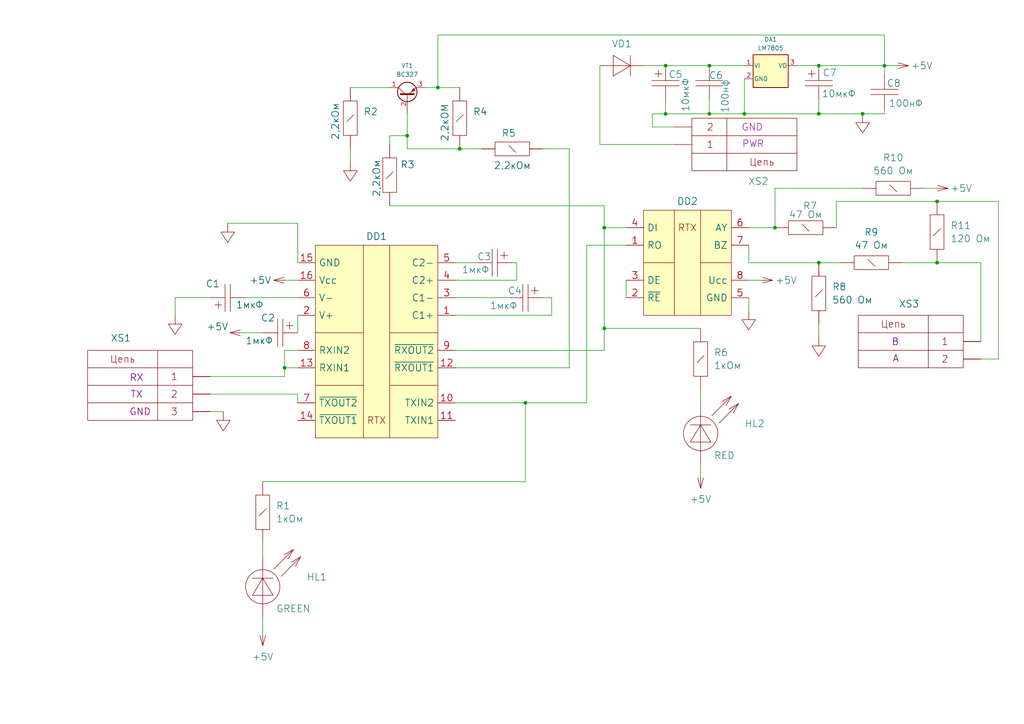
<source format=kicad_sch>
(kicad_sch
	(version 20231120)
	(generator "eeschema")
	(generator_version "8.0")
	(uuid "bc93e02f-9da6-4af9-a56b-db2eb76f1927")
	(paper "A4")
	(title_block
		(date "2024-06-20")
		(comment 2 "Корякин")
		(comment 3 "Добротский")
	)
	(lib_symbols
		(symbol "Connector_Generic_GOST:CONN_2"
			(pin_numbers hide)
			(pin_names
				(offset 0) hide)
			(exclude_from_sim no)
			(in_bom yes)
			(on_board yes)
			(property "Reference" "X"
				(at 0 10.16 0)
				(effects
					(font
						(size 2.0066 2.0066)
					)
				)
			)
			(property "Value" "CONN_2"
				(at 0 -10.16 0)
				(effects
					(font
						(size 2.0066 2.0066)
					)
					(hide yes)
				)
			)
			(property "Footprint" ""
				(at 15.24 10.16 0)
				(effects
					(font
						(size 2.0066 2.0066)
					)
					(hide yes)
				)
			)
			(property "Datasheet" ""
				(at 15.24 -10.16 0)
				(effects
					(font
						(size 2.0066 2.0066)
					)
					(hide yes)
				)
			)
			(property "Description" ""
				(at 0 0 0)
				(effects
					(font
						(size 1.27 1.27)
					)
					(hide yes)
				)
			)
			(property "PIN1" "1"
				(at -5.08 0 0)
				(effects
					(font
						(size 2.0066 2.0066)
					)
				)
			)
			(property "PIN2" "2"
				(at -5.08 -5.08 0)
				(effects
					(font
						(size 2.0066 2.0066)
					)
				)
			)
			(property "ki_fp_filters" "Connector*:*"
				(at 0 0 0)
				(effects
					(font
						(size 1.27 1.27)
					)
					(hide yes)
				)
			)
			(symbol "CONN_2_0_0"
				(polyline
					(pts
						(xy -15.24 -2.54) (xy 15.24 -2.54)
					)
					(stroke
						(width 0)
						(type solid)
					)
					(fill
						(type none)
					)
				)
				(polyline
					(pts
						(xy -15.24 2.54) (xy 15.24 2.54)
					)
					(stroke
						(width 0)
						(type solid)
					)
					(fill
						(type none)
					)
				)
				(polyline
					(pts
						(xy 5.08 7.62) (xy 5.08 -7.62)
					)
					(stroke
						(width 0)
						(type solid)
					)
					(fill
						(type none)
					)
				)
				(rectangle
					(start 15.24 7.62)
					(end -15.24 -7.62)
					(stroke
						(width 0)
						(type solid)
					)
					(fill
						(type none)
					)
				)
			)
			(symbol "CONN_2_1_1"
				(text "1"
					(at 9.906 0 0)
					(effects
						(font
							(size 2.0066 2.0066)
						)
					)
				)
				(text "2"
					(at 9.906 -5.08 0)
					(effects
						(font
							(size 2.0066 2.0066)
						)
					)
				)
				(text "Цепь"
					(at -5.08 5.08 0)
					(effects
						(font
							(size 2.0066 2.0066)
						)
					)
				)
				(pin passive line
					(at 20.32 0 180)
					(length 5.08)
					(name "1"
						(effects
							(font
								(size 2.0066 2.0066)
							)
						)
					)
					(number "1"
						(effects
							(font
								(size 2.0066 2.0066)
							)
						)
					)
				)
				(pin passive line
					(at 20.32 -5.08 180)
					(length 5.08)
					(name "2"
						(effects
							(font
								(size 2.0066 2.0066)
							)
						)
					)
					(number "2"
						(effects
							(font
								(size 2.0066 2.0066)
							)
						)
					)
				)
			)
		)
		(symbol "Connector_Generic_GOST:CONN_3"
			(pin_numbers hide)
			(pin_names
				(offset 0) hide)
			(exclude_from_sim no)
			(in_bom yes)
			(on_board yes)
			(property "Reference" "X"
				(at 0 12.7 0)
				(effects
					(font
						(size 2.0066 2.0066)
					)
				)
			)
			(property "Value" "CONN_3"
				(at 0 -12.7 0)
				(effects
					(font
						(size 2.0066 2.0066)
					)
					(hide yes)
				)
			)
			(property "Footprint" ""
				(at 15.24 12.7 0)
				(effects
					(font
						(size 2.0066 2.0066)
					)
					(hide yes)
				)
			)
			(property "Datasheet" ""
				(at 15.24 -12.7 0)
				(effects
					(font
						(size 2.0066 2.0066)
					)
					(hide yes)
				)
			)
			(property "Description" ""
				(at 0 0 0)
				(effects
					(font
						(size 1.27 1.27)
					)
					(hide yes)
				)
			)
			(property "PIN1" "1"
				(at -5.08 2.54 0)
				(effects
					(font
						(size 2.0066 2.0066)
					)
				)
			)
			(property "PIN2" "2"
				(at -5.08 -2.54 0)
				(effects
					(font
						(size 2.0066 2.0066)
					)
				)
			)
			(property "PIN3" "3"
				(at -5.08 -7.62 0)
				(effects
					(font
						(size 2.0066 2.0066)
					)
				)
			)
			(property "ki_fp_filters" "Connector*:*"
				(at 0 0 0)
				(effects
					(font
						(size 1.27 1.27)
					)
					(hide yes)
				)
			)
			(symbol "CONN_3_0_0"
				(polyline
					(pts
						(xy -15.24 -5.08) (xy 15.24 -5.08)
					)
					(stroke
						(width 0)
						(type solid)
					)
					(fill
						(type none)
					)
				)
				(polyline
					(pts
						(xy -15.24 0) (xy 15.24 0)
					)
					(stroke
						(width 0)
						(type solid)
					)
					(fill
						(type none)
					)
				)
				(polyline
					(pts
						(xy -15.24 5.08) (xy 15.24 5.08)
					)
					(stroke
						(width 0)
						(type solid)
					)
					(fill
						(type none)
					)
				)
				(polyline
					(pts
						(xy 5.08 10.16) (xy 5.08 -10.16)
					)
					(stroke
						(width 0)
						(type solid)
					)
					(fill
						(type none)
					)
				)
				(rectangle
					(start 15.24 10.16)
					(end -15.24 -10.16)
					(stroke
						(width 0)
						(type solid)
					)
					(fill
						(type none)
					)
				)
			)
			(symbol "CONN_3_1_1"
				(text "1"
					(at 9.906 2.54 0)
					(effects
						(font
							(size 2.0066 2.0066)
						)
					)
				)
				(text "2"
					(at 9.906 -2.54 0)
					(effects
						(font
							(size 2.0066 2.0066)
						)
					)
				)
				(text "3"
					(at 9.906 -7.62 0)
					(effects
						(font
							(size 2.0066 2.0066)
						)
					)
				)
				(text "Цепь"
					(at -5.08 7.62 0)
					(effects
						(font
							(size 2.0066 2.0066)
						)
					)
				)
				(pin passive line
					(at 20.32 2.54 180)
					(length 5.08)
					(name "1"
						(effects
							(font
								(size 2.0066 2.0066)
							)
						)
					)
					(number "1"
						(effects
							(font
								(size 2.0066 2.0066)
							)
						)
					)
				)
				(pin passive line
					(at 20.32 -2.54 180)
					(length 5.08)
					(name "2"
						(effects
							(font
								(size 2.0066 2.0066)
							)
						)
					)
					(number "2"
						(effects
							(font
								(size 2.0066 2.0066)
							)
						)
					)
				)
				(pin passive line
					(at 20.32 -7.62 180)
					(length 5.08)
					(name "3"
						(effects
							(font
								(size 2.0066 2.0066)
							)
						)
					)
					(number "3"
						(effects
							(font
								(size 2.0066 2.0066)
							)
						)
					)
				)
			)
		)
		(symbol "Device_GOST:C"
			(pin_numbers hide)
			(pin_names
				(offset 0) hide)
			(exclude_from_sim no)
			(in_bom yes)
			(on_board yes)
			(property "Reference" "C"
				(at 0.635 2.54 0)
				(effects
					(font
						(size 2.0066 2.0066)
					)
					(justify left)
				)
			)
			(property "Value" "C"
				(at 0.635 -3.175 0)
				(effects
					(font
						(size 2.0066 2.0066)
					)
					(justify left)
				)
			)
			(property "Footprint" ""
				(at -1.905 0 0)
				(effects
					(font
						(size 1.524 1.524)
					)
					(hide yes)
				)
			)
			(property "Datasheet" ""
				(at 0.635 2.54 0)
				(effects
					(font
						(size 1.524 1.524)
					)
					(hide yes)
				)
			)
			(property "Description" ""
				(at 0 0 0)
				(effects
					(font
						(size 1.27 1.27)
					)
					(hide yes)
				)
			)
			(property "ki_fp_filters" "Capacitor_*:C_*"
				(at 0 0 0)
				(effects
					(font
						(size 1.27 1.27)
					)
					(hide yes)
				)
			)
			(symbol "C_0_1"
				(polyline
					(pts
						(xy -3.9878 -0.762) (xy 3.9878 -0.762)
					)
					(stroke
						(width 0)
						(type solid)
					)
					(fill
						(type none)
					)
				)
				(polyline
					(pts
						(xy -3.9878 0.762) (xy 3.9878 0.762)
					)
					(stroke
						(width 0)
						(type solid)
					)
					(fill
						(type none)
					)
				)
			)
			(symbol "C_1_1"
				(pin passive line
					(at 0 5.08 270)
					(length 4.318)
					(name "~"
						(effects
							(font
								(size 2.0066 2.0066)
							)
						)
					)
					(number "1"
						(effects
							(font
								(size 2.0066 2.0066)
							)
						)
					)
				)
				(pin passive line
					(at 0 -5.08 90)
					(length 4.318)
					(name "~"
						(effects
							(font
								(size 2.0066 2.0066)
							)
						)
					)
					(number "2"
						(effects
							(font
								(size 2.0066 2.0066)
							)
						)
					)
				)
			)
		)
		(symbol "Device_GOST:CP"
			(pin_numbers hide)
			(pin_names
				(offset 0) hide)
			(exclude_from_sim no)
			(in_bom yes)
			(on_board yes)
			(property "Reference" "C"
				(at 0.635 2.54 0)
				(effects
					(font
						(size 2.0066 2.0066)
					)
					(justify left)
				)
			)
			(property "Value" "CP"
				(at 0.635 -3.175 0)
				(effects
					(font
						(size 2.0066 2.0066)
					)
					(justify left)
				)
			)
			(property "Footprint" ""
				(at -1.905 0 0)
				(effects
					(font
						(size 1.524 1.524)
					)
					(hide yes)
				)
			)
			(property "Datasheet" ""
				(at 0.635 2.54 0)
				(effects
					(font
						(size 1.524 1.524)
					)
					(hide yes)
				)
			)
			(property "Description" ""
				(at 0 0 0)
				(effects
					(font
						(size 1.27 1.27)
					)
					(hide yes)
				)
			)
			(property "ki_fp_filters" "Capacitor_*:CP_*"
				(at 0 0 0)
				(effects
					(font
						(size 1.27 1.27)
					)
					(hide yes)
				)
			)
			(symbol "CP_0_1"
				(polyline
					(pts
						(xy -3.9878 -0.762) (xy 3.9878 -0.762)
					)
					(stroke
						(width 0)
						(type solid)
					)
					(fill
						(type none)
					)
				)
				(polyline
					(pts
						(xy -3.9878 0.762) (xy 3.9878 0.762)
					)
					(stroke
						(width 0)
						(type solid)
					)
					(fill
						(type none)
					)
				)
				(polyline
					(pts
						(xy -2.0828 3.7592) (xy -2.0828 1.7272)
					)
					(stroke
						(width 0)
						(type solid)
					)
					(fill
						(type none)
					)
				)
				(polyline
					(pts
						(xy -1.0668 2.6924) (xy -3.0988 2.6924)
					)
					(stroke
						(width 0)
						(type solid)
					)
					(fill
						(type none)
					)
				)
			)
			(symbol "CP_1_1"
				(pin passive line
					(at 0 5.08 270)
					(length 4.318)
					(name "~"
						(effects
							(font
								(size 2.0066 2.0066)
							)
						)
					)
					(number "1"
						(effects
							(font
								(size 2.0066 2.0066)
							)
						)
					)
				)
				(pin passive line
					(at 0 -5.08 90)
					(length 4.318)
					(name "~"
						(effects
							(font
								(size 2.0066 2.0066)
							)
						)
					)
					(number "2"
						(effects
							(font
								(size 2.0066 2.0066)
							)
						)
					)
				)
			)
		)
		(symbol "Device_GOST:HL_LED"
			(pin_numbers hide)
			(pin_names
				(offset 0) hide)
			(exclude_from_sim no)
			(in_bom yes)
			(on_board yes)
			(property "Reference" "HL"
				(at 6.35 0 0)
				(effects
					(font
						(size 2.0066 2.0066)
					)
					(justify left)
				)
			)
			(property "Value" "HL_LED"
				(at 3.81 -6.35 0)
				(effects
					(font
						(size 2.0066 2.0066)
					)
					(justify left)
					(hide yes)
				)
			)
			(property "Footprint" ""
				(at 0 2.4892 0)
				(effects
					(font
						(size 2.0066 2.0066)
					)
					(hide yes)
				)
			)
			(property "Datasheet" ""
				(at 0 2.4892 0)
				(effects
					(font
						(size 2.0066 2.0066)
					)
					(hide yes)
				)
			)
			(property "Description" ""
				(at 0 0 0)
				(effects
					(font
						(size 1.27 1.27)
					)
					(hide yes)
				)
			)
			(property "ki_fp_filters" "LED_*:*"
				(at 0 0 0)
				(effects
					(font
						(size 1.27 1.27)
					)
					(hide yes)
				)
			)
			(symbol "HL_LED_0_1"
				(polyline
					(pts
						(xy -2.9972 2.4892) (xy 2.9972 2.4892)
					)
					(stroke
						(width 0)
						(type solid)
					)
					(fill
						(type none)
					)
				)
				(polyline
					(pts
						(xy 0 5.08) (xy 0 -5.08)
					)
					(stroke
						(width 0)
						(type solid)
					)
					(fill
						(type none)
					)
				)
				(polyline
					(pts
						(xy 6.1722 9.2456) (xy 8.89 10.795)
					)
					(stroke
						(width 0)
						(type solid)
					)
					(fill
						(type none)
					)
				)
				(polyline
					(pts
						(xy 8.2804 7.112) (xy 10.9982 8.6614)
					)
					(stroke
						(width 0)
						(type solid)
					)
					(fill
						(type none)
					)
				)
				(polyline
					(pts
						(xy 8.89 10.795) (xy 3.2512 5.1562)
					)
					(stroke
						(width 0)
						(type solid)
					)
					(fill
						(type none)
					)
				)
				(polyline
					(pts
						(xy 8.89 10.795) (xy 7.366 8.0772)
					)
					(stroke
						(width 0)
						(type solid)
					)
					(fill
						(type none)
					)
				)
				(polyline
					(pts
						(xy 10.9982 8.6614) (xy 5.3594 3.0226)
					)
					(stroke
						(width 0)
						(type solid)
					)
					(fill
						(type none)
					)
				)
				(polyline
					(pts
						(xy 10.9982 8.6614) (xy 9.4742 5.9436)
					)
					(stroke
						(width 0)
						(type solid)
					)
					(fill
						(type none)
					)
				)
				(polyline
					(pts
						(xy 0 2.4892) (xy -2.9972 -2.4892) (xy 2.9972 -2.4892) (xy 0 2.4892)
					)
					(stroke
						(width 0)
						(type solid)
					)
					(fill
						(type none)
					)
				)
				(circle
					(center 0 0)
					(radius 4.9784)
					(stroke
						(width 0)
						(type solid)
					)
					(fill
						(type none)
					)
				)
			)
			(symbol "HL_LED_1_1"
				(pin passive line
					(at 0 8.89 270)
					(length 3.81)
					(name "K"
						(effects
							(font
								(size 2.0066 2.0066)
							)
						)
					)
					(number "1"
						(effects
							(font
								(size 2.0066 2.0066)
							)
						)
					)
				)
				(pin passive line
					(at 0 -8.89 90)
					(length 3.81)
					(name "A"
						(effects
							(font
								(size 2.0066 2.0066)
							)
						)
					)
					(number "2"
						(effects
							(font
								(size 2.0066 2.0066)
							)
						)
					)
				)
			)
		)
		(symbol "Device_GOST:R_0,25W"
			(pin_numbers hide)
			(pin_names
				(offset 0) hide)
			(exclude_from_sim no)
			(in_bom yes)
			(on_board yes)
			(property "Reference" "R"
				(at 0 3.81 0)
				(effects
					(font
						(size 2.0066 2.0066)
					)
				)
			)
			(property "Value" "R_0,25W"
				(at 0 -3.81 0)
				(effects
					(font
						(size 2.0066 2.0066)
					)
				)
			)
			(property "Footprint" ""
				(at -2.54 0.635 0)
				(effects
					(font
						(size 1.524 1.524)
					)
					(hide yes)
				)
			)
			(property "Datasheet" ""
				(at 0.635 -4.445 0)
				(effects
					(font
						(size 1.524 1.524)
					)
					(hide yes)
				)
			)
			(property "Description" ""
				(at 0 0 0)
				(effects
					(font
						(size 1.27 1.27)
					)
					(hide yes)
				)
			)
			(property "ki_fp_filters" "Resistor_*:*"
				(at 0 0 0)
				(effects
					(font
						(size 1.27 1.27)
					)
					(hide yes)
				)
			)
			(symbol "R_0,25W_0_1"
				(rectangle
					(start -5.0038 2.0066)
					(end 5.0038 -2.0066)
					(stroke
						(width 0)
						(type solid)
					)
					(fill
						(type none)
					)
				)
				(polyline
					(pts
						(xy -1.016 1.016) (xy 1.016 -1.016)
					)
					(stroke
						(width 0)
						(type solid)
					)
					(fill
						(type none)
					)
				)
			)
			(symbol "R_0,25W_1_1"
				(pin passive line
					(at -8.89 0 0)
					(length 3.8862)
					(name "~"
						(effects
							(font
								(size 2.0066 2.0066)
							)
						)
					)
					(number "1"
						(effects
							(font
								(size 2.0066 2.0066)
							)
						)
					)
				)
				(pin passive line
					(at 8.89 0 180)
					(length 3.8862)
					(name "~"
						(effects
							(font
								(size 2.0066 2.0066)
							)
						)
					)
					(number "2"
						(effects
							(font
								(size 2.0066 2.0066)
							)
						)
					)
				)
			)
		)
		(symbol "Device_GOST:VD"
			(pin_numbers hide)
			(pin_names
				(offset 0) hide)
			(exclude_from_sim no)
			(in_bom yes)
			(on_board yes)
			(property "Reference" "VD"
				(at 0 5.08 0)
				(effects
					(font
						(size 2.0066 2.0066)
					)
				)
			)
			(property "Value" "VD"
				(at 0 -5.08 0)
				(effects
					(font
						(size 2.0066 2.0066)
					)
					(hide yes)
				)
			)
			(property "Footprint" ""
				(at -2.4892 0 0)
				(effects
					(font
						(size 2.0066 2.0066)
					)
					(hide yes)
				)
			)
			(property "Datasheet" ""
				(at -2.4892 0 0)
				(effects
					(font
						(size 2.0066 2.0066)
					)
					(hide yes)
				)
			)
			(property "Description" ""
				(at 0 0 0)
				(effects
					(font
						(size 1.27 1.27)
					)
					(hide yes)
				)
			)
			(property "ki_fp_filters" "Diode_*:*"
				(at 0 0 0)
				(effects
					(font
						(size 1.27 1.27)
					)
					(hide yes)
				)
			)
			(symbol "VD_0_1"
				(polyline
					(pts
						(xy -2.54 0) (xy 2.54 0)
					)
					(stroke
						(width 0)
						(type solid)
					)
					(fill
						(type none)
					)
				)
				(polyline
					(pts
						(xy -2.4892 2.9972) (xy -2.4892 -2.9972)
					)
					(stroke
						(width 0)
						(type solid)
					)
					(fill
						(type none)
					)
				)
				(polyline
					(pts
						(xy -2.4892 0) (xy 2.4892 2.9972) (xy 2.4892 -2.9972) (xy -2.4892 0)
					)
					(stroke
						(width 0)
						(type solid)
					)
					(fill
						(type none)
					)
				)
			)
			(symbol "VD_1_1"
				(pin passive line
					(at -6.35 0 0)
					(length 3.81)
					(name "K"
						(effects
							(font
								(size 2.0066 2.0066)
							)
						)
					)
					(number "1"
						(effects
							(font
								(size 2.0066 2.0066)
							)
						)
					)
				)
				(pin passive line
					(at 6.35 0 180)
					(length 3.81)
					(name "A"
						(effects
							(font
								(size 2.0066 2.0066)
							)
						)
					)
					(number "2"
						(effects
							(font
								(size 2.0066 2.0066)
							)
						)
					)
				)
			)
		)
		(symbol "Interface_UART_GOST:5559ИН10У"
			(pin_names
				(offset 1.016)
			)
			(exclude_from_sim no)
			(in_bom yes)
			(on_board yes)
			(property "Reference" "DD"
				(at 0 17.78 0)
				(effects
					(font
						(size 2.0066 2.0066)
					)
				)
			)
			(property "Value" "5559ИН10У"
				(at 0 -17.78 0)
				(effects
					(font
						(size 2.0066 2.0066)
					)
					(hide yes)
				)
			)
			(property "Footprint" "Package_CDFP_RU:Н02.8-1В"
				(at 0 -20.32 0)
				(effects
					(font
						(size 2.0066 2.0066)
					)
					(hide yes)
				)
			)
			(property "Datasheet" "http://milandr.ru/uploads/Products/product_161/spec_5559IN10.pdf"
				(at 6.35 1.27 0)
				(effects
					(font
						(size 2.4892 2.4892)
					)
					(hide yes)
				)
			)
			(property "Description" "RS-485/RS-422 Tranceiver"
				(at 0 0 0)
				(effects
					(font
						(size 1.27 1.27)
					)
					(hide yes)
				)
			)
			(symbol "5559ИН10У_0_0"
				(rectangle
					(start -12.7 15.24)
					(end 12.7 -15.24)
					(stroke
						(width 0)
						(type solid)
					)
					(fill
						(type background)
					)
				)
				(polyline
					(pts
						(xy -12.7 0) (xy -3.81 0)
					)
					(stroke
						(width 0)
						(type solid)
					)
					(fill
						(type none)
					)
				)
				(polyline
					(pts
						(xy -3.81 15.24) (xy -3.81 -15.24)
					)
					(stroke
						(width 0)
						(type solid)
					)
					(fill
						(type none)
					)
				)
				(polyline
					(pts
						(xy 3.81 0) (xy 12.7 0)
					)
					(stroke
						(width 0)
						(type solid)
					)
					(fill
						(type none)
					)
				)
				(polyline
					(pts
						(xy 3.81 15.24) (xy 3.81 -15.24)
					)
					(stroke
						(width 0)
						(type solid)
					)
					(fill
						(type none)
					)
				)
				(text "RTX"
					(at 0 10.16 0)
					(effects
						(font
							(size 2.0066 2.0066)
						)
					)
				)
			)
			(symbol "5559ИН10У_1_1"
				(pin tri_state line
					(at -17.78 5.08 0)
					(length 5.08)
					(name "RO"
						(effects
							(font
								(size 2.0066 2.0066)
							)
						)
					)
					(number "1"
						(effects
							(font
								(size 2.0066 2.0066)
							)
						)
					)
				)
				(pin input line
					(at -17.78 -10.16 0)
					(length 5.08)
					(name "~{RE}"
						(effects
							(font
								(size 2.0066 2.0066)
							)
						)
					)
					(number "2"
						(effects
							(font
								(size 2.0066 2.0066)
							)
						)
					)
				)
				(pin input line
					(at -17.78 -5.08 0)
					(length 5.08)
					(name "DE"
						(effects
							(font
								(size 2.0066 2.0066)
							)
						)
					)
					(number "3"
						(effects
							(font
								(size 2.0066 2.0066)
							)
						)
					)
				)
				(pin input line
					(at -17.78 10.16 0)
					(length 5.08)
					(name "DI"
						(effects
							(font
								(size 2.0066 2.0066)
							)
						)
					)
					(number "4"
						(effects
							(font
								(size 2.0066 2.0066)
							)
						)
					)
				)
				(pin power_in line
					(at 17.78 -10.16 180)
					(length 5.08)
					(name "GND"
						(effects
							(font
								(size 2.0066 2.0066)
							)
						)
					)
					(number "5"
						(effects
							(font
								(size 2.0066 2.0066)
							)
						)
					)
				)
				(pin bidirectional line
					(at 17.78 10.16 180)
					(length 5.08)
					(name "AY"
						(effects
							(font
								(size 2.0066 2.0066)
							)
						)
					)
					(number "6"
						(effects
							(font
								(size 2.0066 2.0066)
							)
						)
					)
				)
				(pin bidirectional line
					(at 17.78 5.08 180)
					(length 5.08)
					(name "BZ"
						(effects
							(font
								(size 2.0066 2.0066)
							)
						)
					)
					(number "7"
						(effects
							(font
								(size 2.0066 2.0066)
							)
						)
					)
				)
				(pin power_in line
					(at 17.78 -5.08 180)
					(length 5.08)
					(name "Ucc"
						(effects
							(font
								(size 2.0066 2.0066)
							)
						)
					)
					(number "8"
						(effects
							(font
								(size 2.0066 2.0066)
							)
						)
					)
				)
			)
		)
		(symbol "Interface_UART_GOST:5559ИН1Т"
			(pin_names
				(offset 1.016)
			)
			(exclude_from_sim no)
			(in_bom yes)
			(on_board yes)
			(property "Reference" "DD"
				(at 0 30.48 0)
				(effects
					(font
						(size 2.0066 2.0066)
					)
				)
			)
			(property "Value" "5559ИН1Т"
				(at 0 -30.48 0)
				(effects
					(font
						(size 2.0066 2.0066)
					)
					(hide yes)
				)
			)
			(property "Footprint" "Package_CDFP_RU:402.16-32"
				(at 0 -33.02 0)
				(effects
					(font
						(size 2.0066 2.0066)
					)
					(hide yes)
				)
			)
			(property "Datasheet" "http://www.integral.by/download/1254/5559_IN1T.pdf"
				(at 1.27 13.97 0)
				(effects
					(font
						(size 2.4892 2.4892)
					)
					(hide yes)
				)
			)
			(property "Description" "RS-232 two trasmitters and two receivers"
				(at 0 0 0)
				(effects
					(font
						(size 1.27 1.27)
					)
					(hide yes)
				)
			)
			(symbol "5559ИН1Т_0_0"
				(rectangle
					(start -17.78 27.94)
					(end 17.78 -27.94)
					(stroke
						(width 0)
						(type solid)
					)
					(fill
						(type background)
					)
				)
				(polyline
					(pts
						(xy -17.78 -2.54) (xy -3.81 -2.54)
					)
					(stroke
						(width 0)
						(type solid)
					)
					(fill
						(type none)
					)
				)
				(polyline
					(pts
						(xy -17.78 12.7) (xy -3.81 12.7)
					)
					(stroke
						(width 0)
						(type solid)
					)
					(fill
						(type none)
					)
				)
				(polyline
					(pts
						(xy -3.81 27.94) (xy -3.81 -27.94)
					)
					(stroke
						(width 0)
						(type solid)
					)
					(fill
						(type none)
					)
				)
				(polyline
					(pts
						(xy 3.81 -2.54) (xy 17.78 -2.54)
					)
					(stroke
						(width 0)
						(type solid)
					)
					(fill
						(type none)
					)
				)
				(polyline
					(pts
						(xy 3.81 12.7) (xy 17.78 12.7)
					)
					(stroke
						(width 0)
						(type solid)
					)
					(fill
						(type none)
					)
				)
				(polyline
					(pts
						(xy 3.81 27.94) (xy 3.81 -27.94)
					)
					(stroke
						(width 0)
						(type solid)
					)
					(fill
						(type none)
					)
				)
				(text "RTX"
					(at 0 22.86 0)
					(effects
						(font
							(size 2.0066 2.0066)
						)
					)
				)
			)
			(symbol "5559ИН1Т_1_1"
				(pin passive line
					(at -22.86 -7.62 0)
					(length 5.08)
					(name "C1+"
						(effects
							(font
								(size 2.0066 2.0066)
							)
						)
					)
					(number "1"
						(effects
							(font
								(size 2.0066 2.0066)
							)
						)
					)
				)
				(pin input line
					(at -22.86 17.78 0)
					(length 5.08)
					(name "TXIN2"
						(effects
							(font
								(size 2.0066 2.0066)
							)
						)
					)
					(number "10"
						(effects
							(font
								(size 2.0066 2.0066)
							)
						)
					)
				)
				(pin input line
					(at -22.86 22.86 0)
					(length 5.08)
					(name "TXIN1"
						(effects
							(font
								(size 2.0066 2.0066)
							)
						)
					)
					(number "11"
						(effects
							(font
								(size 2.0066 2.0066)
							)
						)
					)
				)
				(pin output line
					(at -22.86 7.62 0)
					(length 5.08)
					(name "~{RXOUT1}"
						(effects
							(font
								(size 2.0066 2.0066)
							)
						)
					)
					(number "12"
						(effects
							(font
								(size 2.0066 2.0066)
							)
						)
					)
				)
				(pin input line
					(at 22.86 7.62 180)
					(length 5.08)
					(name "RXIN1"
						(effects
							(font
								(size 2.0066 2.0066)
							)
						)
					)
					(number "13"
						(effects
							(font
								(size 2.0066 2.0066)
							)
						)
					)
				)
				(pin output line
					(at 22.86 22.86 180)
					(length 5.08)
					(name "~{TXOUT1}"
						(effects
							(font
								(size 2.0066 2.0066)
							)
						)
					)
					(number "14"
						(effects
							(font
								(size 2.0066 2.0066)
							)
						)
					)
				)
				(pin power_in line
					(at 22.86 -22.86 180)
					(length 5.08)
					(name "GND"
						(effects
							(font
								(size 2.0066 2.0066)
							)
						)
					)
					(number "15"
						(effects
							(font
								(size 2.0066 2.0066)
							)
						)
					)
				)
				(pin power_in line
					(at 22.86 -17.78 180)
					(length 5.08)
					(name "Vcc"
						(effects
							(font
								(size 2.0066 2.0066)
							)
						)
					)
					(number "16"
						(effects
							(font
								(size 2.0066 2.0066)
							)
						)
					)
				)
				(pin power_out line
					(at 22.86 -7.62 180)
					(length 5.08)
					(name "V+"
						(effects
							(font
								(size 2.0066 2.0066)
							)
						)
					)
					(number "2"
						(effects
							(font
								(size 2.0066 2.0066)
							)
						)
					)
				)
				(pin passive line
					(at -22.86 -12.7 0)
					(length 5.08)
					(name "C1-"
						(effects
							(font
								(size 2.0066 2.0066)
							)
						)
					)
					(number "3"
						(effects
							(font
								(size 2.0066 2.0066)
							)
						)
					)
				)
				(pin passive line
					(at -22.86 -17.78 0)
					(length 5.08)
					(name "C2+"
						(effects
							(font
								(size 2.0066 2.0066)
							)
						)
					)
					(number "4"
						(effects
							(font
								(size 2.0066 2.0066)
							)
						)
					)
				)
				(pin passive line
					(at -22.86 -22.86 0)
					(length 5.08)
					(name "C2-"
						(effects
							(font
								(size 2.0066 2.0066)
							)
						)
					)
					(number "5"
						(effects
							(font
								(size 2.0066 2.0066)
							)
						)
					)
				)
				(pin power_out line
					(at 22.86 -12.7 180)
					(length 5.08)
					(name "V-"
						(effects
							(font
								(size 2.0066 2.0066)
							)
						)
					)
					(number "6"
						(effects
							(font
								(size 2.0066 2.0066)
							)
						)
					)
				)
				(pin output line
					(at 22.86 17.78 180)
					(length 5.08)
					(name "~{TXOUT2}"
						(effects
							(font
								(size 2.0066 2.0066)
							)
						)
					)
					(number "7"
						(effects
							(font
								(size 2.0066 2.0066)
							)
						)
					)
				)
				(pin input line
					(at 22.86 2.54 180)
					(length 5.08)
					(name "RXIN2"
						(effects
							(font
								(size 2.0066 2.0066)
							)
						)
					)
					(number "8"
						(effects
							(font
								(size 2.0066 2.0066)
							)
						)
					)
				)
				(pin output line
					(at -22.86 2.54 0)
					(length 5.08)
					(name "~{RXOUT2}"
						(effects
							(font
								(size 2.0066 2.0066)
							)
						)
					)
					(number "9"
						(effects
							(font
								(size 2.0066 2.0066)
							)
						)
					)
				)
			)
		)
		(symbol "Transistor_BJT:BC327"
			(pin_names
				(offset 0) hide)
			(exclude_from_sim no)
			(in_bom yes)
			(on_board yes)
			(property "Reference" "Q"
				(at 5.08 1.905 0)
				(effects
					(font
						(size 1.27 1.27)
					)
					(justify left)
				)
			)
			(property "Value" "BC327"
				(at 5.08 0 0)
				(effects
					(font
						(size 1.27 1.27)
					)
					(justify left)
				)
			)
			(property "Footprint" "Package_TO_SOT_THT:TO-92_Inline"
				(at 5.08 -1.905 0)
				(effects
					(font
						(size 1.27 1.27)
						(italic yes)
					)
					(justify left)
					(hide yes)
				)
			)
			(property "Datasheet" "http://www.onsemi.com/pub_link/Collateral/BC327-D.PDF"
				(at 0 0 0)
				(effects
					(font
						(size 1.27 1.27)
					)
					(justify left)
					(hide yes)
				)
			)
			(property "Description" "0.8A Ic, 45V Vce, PNP Transistor, TO-92"
				(at 0 0 0)
				(effects
					(font
						(size 1.27 1.27)
					)
					(hide yes)
				)
			)
			(property "ki_keywords" "PNP Transistor"
				(at 0 0 0)
				(effects
					(font
						(size 1.27 1.27)
					)
					(hide yes)
				)
			)
			(property "ki_fp_filters" "TO?92*"
				(at 0 0 0)
				(effects
					(font
						(size 1.27 1.27)
					)
					(hide yes)
				)
			)
			(symbol "BC327_0_1"
				(polyline
					(pts
						(xy 0.635 0.635) (xy 2.54 2.54)
					)
					(stroke
						(width 0)
						(type default)
					)
					(fill
						(type none)
					)
				)
				(polyline
					(pts
						(xy 0.635 -0.635) (xy 2.54 -2.54) (xy 2.54 -2.54)
					)
					(stroke
						(width 0)
						(type default)
					)
					(fill
						(type none)
					)
				)
				(polyline
					(pts
						(xy 0.635 1.905) (xy 0.635 -1.905) (xy 0.635 -1.905)
					)
					(stroke
						(width 0.508)
						(type default)
					)
					(fill
						(type none)
					)
				)
				(polyline
					(pts
						(xy 2.286 -1.778) (xy 1.778 -2.286) (xy 1.27 -1.27) (xy 2.286 -1.778) (xy 2.286 -1.778)
					)
					(stroke
						(width 0)
						(type default)
					)
					(fill
						(type outline)
					)
				)
				(circle
					(center 1.27 0)
					(radius 2.8194)
					(stroke
						(width 0.254)
						(type default)
					)
					(fill
						(type none)
					)
				)
			)
			(symbol "BC327_1_1"
				(pin passive line
					(at 2.54 5.08 270)
					(length 2.54)
					(name "C"
						(effects
							(font
								(size 1.27 1.27)
							)
						)
					)
					(number "1"
						(effects
							(font
								(size 1.27 1.27)
							)
						)
					)
				)
				(pin input line
					(at -5.08 0 0)
					(length 5.715)
					(name "B"
						(effects
							(font
								(size 1.27 1.27)
							)
						)
					)
					(number "2"
						(effects
							(font
								(size 1.27 1.27)
							)
						)
					)
				)
				(pin passive line
					(at 2.54 -5.08 90)
					(length 2.54)
					(name "E"
						(effects
							(font
								(size 1.27 1.27)
							)
						)
					)
					(number "3"
						(effects
							(font
								(size 1.27 1.27)
							)
						)
					)
				)
			)
		)
		(symbol "kicad-rs-converter:LM7805_TO220_GOST"
			(pin_names
				(offset 0.254)
			)
			(exclude_from_sim no)
			(in_bom yes)
			(on_board yes)
			(property "Reference" "DA"
				(at -3.81 3.175 0)
				(effects
					(font
						(size 1.27 1.27)
					)
				)
			)
			(property "Value" "LM7805_TO220_GOST"
				(at 0 3.175 0)
				(effects
					(font
						(size 1.27 1.27)
					)
					(justify left)
				)
			)
			(property "Footprint" "Package_TO_SOT_THT:TO-220-3_Vertical"
				(at 0 5.715 0)
				(effects
					(font
						(size 1.27 1.27)
						(italic yes)
					)
					(hide yes)
				)
			)
			(property "Datasheet" "https://www.onsemi.cn/PowerSolutions/document/MC7800-D.PDF"
				(at 0 -1.27 0)
				(effects
					(font
						(size 1.27 1.27)
					)
					(hide yes)
				)
			)
			(property "Description" "Positive 1A 35V Linear Regulator, Fixed Output 5V, TO-220"
				(at 0 0 0)
				(effects
					(font
						(size 1.27 1.27)
					)
					(hide yes)
				)
			)
			(property "ki_keywords" "Voltage Regulator 1A Positive"
				(at 0 0 0)
				(effects
					(font
						(size 1.27 1.27)
					)
					(hide yes)
				)
			)
			(property "ki_fp_filters" "TO?220*"
				(at 0 0 0)
				(effects
					(font
						(size 1.27 1.27)
					)
					(hide yes)
				)
			)
			(symbol "LM7805_TO220_GOST_0_1"
				(rectangle
					(start -5.08 1.905)
					(end 5.08 -7.62)
					(stroke
						(width 0.254)
						(type default)
					)
					(fill
						(type background)
					)
				)
			)
			(symbol "LM7805_TO220_GOST_1_1"
				(pin power_in line
					(at -7.62 -1.27 0)
					(length 2.54)
					(name "VI"
						(effects
							(font
								(size 1.27 1.27)
							)
						)
					)
					(number "1"
						(effects
							(font
								(size 1.27 1.27)
							)
						)
					)
				)
				(pin power_in line
					(at -7.62 -5.08 0)
					(length 2.54)
					(name "GND"
						(effects
							(font
								(size 1.27 1.27)
							)
						)
					)
					(number "2"
						(effects
							(font
								(size 1.27 1.27)
							)
						)
					)
				)
				(pin power_out line
					(at 7.62 -1.27 180)
					(length 2.54)
					(name "VO"
						(effects
							(font
								(size 1.27 1.27)
							)
						)
					)
					(number "3"
						(effects
							(font
								(size 1.27 1.27)
							)
						)
					)
				)
			)
		)
		(symbol "power_GOST:+5V"
			(power)
			(pin_numbers hide)
			(pin_names
				(offset 0) hide)
			(exclude_from_sim no)
			(in_bom yes)
			(on_board yes)
			(property "Reference" "#PWR"
				(at 0 -2.54 0)
				(effects
					(font
						(size 2.0066 2.0066)
					)
					(hide yes)
				)
			)
			(property "Value" "+5V"
				(at 0 5.08 0)
				(effects
					(font
						(size 2.0066 2.0066)
					)
				)
			)
			(property "Footprint" ""
				(at 0 3.175 90)
				(effects
					(font
						(size 2.4892 2.4892)
					)
				)
			)
			(property "Datasheet" ""
				(at 0 3.175 0)
				(effects
					(font
						(size 2.4892 2.4892)
					)
					(hide yes)
				)
			)
			(property "Description" ""
				(at 0 0 0)
				(effects
					(font
						(size 1.27 1.27)
					)
					(hide yes)
				)
			)
			(symbol "+5V_0_1"
				(polyline
					(pts
						(xy 0 3.175) (xy -0.8128 0.1778)
					)
					(stroke
						(width 0)
						(type solid)
					)
					(fill
						(type none)
					)
				)
				(polyline
					(pts
						(xy 0 3.175) (xy 0 0)
					)
					(stroke
						(width 0)
						(type solid)
					)
					(fill
						(type none)
					)
				)
				(polyline
					(pts
						(xy 0.8128 0.1778) (xy 0 3.175)
					)
					(stroke
						(width 0)
						(type solid)
					)
					(fill
						(type none)
					)
				)
			)
			(symbol "+5V_1_1"
				(pin power_in line
					(at 0 0 90)
					(length 0) hide
					(name "+5V"
						(effects
							(font
								(size 1.8034 1.8034)
							)
						)
					)
					(number "1"
						(effects
							(font
								(size 1.8034 1.8034)
							)
						)
					)
				)
			)
		)
		(symbol "power_GOST:GND"
			(power)
			(pin_numbers hide)
			(pin_names
				(offset 0) hide)
			(exclude_from_sim no)
			(in_bom yes)
			(on_board yes)
			(property "Reference" "#PWR"
				(at 0 1.27 0)
				(effects
					(font
						(size 1.524 1.524)
					)
					(hide yes)
				)
			)
			(property "Value" "GND"
				(at 0 -7.62 0)
				(effects
					(font
						(size 2.0066 2.0066)
					)
					(hide yes)
				)
			)
			(property "Footprint" ""
				(at 0 0 0)
				(effects
					(font
						(size 1.524 1.524)
					)
				)
			)
			(property "Datasheet" ""
				(at 0 0 0)
				(effects
					(font
						(size 1.524 1.524)
					)
					(hide yes)
				)
			)
			(property "Description" ""
				(at 0 0 0)
				(effects
					(font
						(size 1.27 1.27)
					)
					(hide yes)
				)
			)
			(symbol "GND_0_1"
				(polyline
					(pts
						(xy 0 0) (xy 0 -2.54)
					)
					(stroke
						(width 0)
						(type solid)
					)
					(fill
						(type none)
					)
				)
				(polyline
					(pts
						(xy 0 -2.54) (xy 1.9812 -2.54) (xy 0 -5.5372) (xy -1.9812 -2.54) (xy 1.9812 -2.54)
					)
					(stroke
						(width 0)
						(type solid)
					)
					(fill
						(type none)
					)
				)
			)
			(symbol "GND_1_1"
				(pin power_in line
					(at 0 0 270)
					(length 0) hide
					(name "GND"
						(effects
							(font
								(size 1.27 1.27)
							)
						)
					)
					(number "1"
						(effects
							(font
								(size 1.27 1.27)
							)
						)
					)
				)
			)
		)
	)
	(junction
		(at 237.49 76.2)
		(diameter 0)
		(color 0 0 0 0)
		(uuid "002a5501-725e-4422-9f86-5ca7dca6b09d")
	)
	(junction
		(at 237.49 19.05)
		(diameter 0)
		(color 0 0 0 0)
		(uuid "0450df54-6e91-43f7-8704-6f02dce2d4ea")
	)
	(junction
		(at 118.11 39.37)
		(diameter 0)
		(color 0 0 0 0)
		(uuid "0490d058-c2ca-45b6-a9e8-d16ad1b7d167")
	)
	(junction
		(at 205.74 33.02)
		(diameter 0)
		(color 0 0 0 0)
		(uuid "07c71a10-b233-4810-a386-234ff33c3321")
	)
	(junction
		(at 271.78 58.42)
		(diameter 0)
		(color 0 0 0 0)
		(uuid "189de08e-4a82-4f61-a0fc-8e3027857600")
	)
	(junction
		(at 127 25.4)
		(diameter 0)
		(color 0 0 0 0)
		(uuid "3b56d430-4210-482f-8e44-e41fb0d6a7e6")
	)
	(junction
		(at 215.9 33.02)
		(diameter 0)
		(color 0 0 0 0)
		(uuid "498b970b-67c1-43fd-a7db-d650bfa1a557")
	)
	(junction
		(at 133.35 43.18)
		(diameter 0)
		(color 0 0 0 0)
		(uuid "55776123-7022-4ff8-9f1c-3bec9cc1d34c")
	)
	(junction
		(at 82.55 106.68)
		(diameter 0)
		(color 0 0 0 0)
		(uuid "67e8015e-018d-4d16-8df2-091c08c75e97")
	)
	(junction
		(at 175.26 66.04)
		(diameter 0)
		(color 0 0 0 0)
		(uuid "69c29230-c332-4072-b70f-c89a0a0e6cf7")
	)
	(junction
		(at 152.4 116.84)
		(diameter 0)
		(color 0 0 0 0)
		(uuid "7394173e-6cea-4fb4-8937-897255cebe40")
	)
	(junction
		(at 193.04 19.05)
		(diameter 0)
		(color 0 0 0 0)
		(uuid "772eccf6-2ce4-4809-b46a-7a5771a71e5f")
	)
	(junction
		(at 193.04 33.02)
		(diameter 0)
		(color 0 0 0 0)
		(uuid "9290aeb0-81af-4ffc-ad2d-37dc9a0e27c2")
	)
	(junction
		(at 250.19 33.02)
		(diameter 0)
		(color 0 0 0 0)
		(uuid "a1a91fb1-626d-41b8-9f0f-6ad5dff48276")
	)
	(junction
		(at 237.49 33.02)
		(diameter 0)
		(color 0 0 0 0)
		(uuid "a5ae2119-769f-4a83-80ea-9eb75100ea6b")
	)
	(junction
		(at 205.74 19.05)
		(diameter 0)
		(color 0 0 0 0)
		(uuid "bccd7ff8-b884-428e-b326-fa6ace59589b")
	)
	(junction
		(at 271.78 76.2)
		(diameter 0)
		(color 0 0 0 0)
		(uuid "ca6a7501-0c8b-4cbd-bea6-c799b57b80a4")
	)
	(junction
		(at 175.26 95.25)
		(diameter 0)
		(color 0 0 0 0)
		(uuid "d5d0d46a-6219-49ae-ad68-158690f7bcbf")
	)
	(junction
		(at 256.54 19.05)
		(diameter 0)
		(color 0 0 0 0)
		(uuid "ebf5f607-b6c8-48a5-8f9e-0b33af985ae7")
	)
	(junction
		(at 224.79 66.04)
		(diameter 0)
		(color 0 0 0 0)
		(uuid "f87ce83f-d84c-44dc-8187-d0479b6ec858")
	)
	(wire
		(pts
			(xy 189.23 36.83) (xy 189.23 33.02)
		)
		(stroke
			(width 0)
			(type default)
		)
		(uuid "0086c5b5-b36f-47cb-b382-5398ffe1db86")
	)
	(wire
		(pts
			(xy 215.9 33.02) (xy 237.49 33.02)
		)
		(stroke
			(width 0)
			(type default)
		)
		(uuid "03e4f600-1dea-45c3-a2ee-df43abe36a52")
	)
	(wire
		(pts
			(xy 152.4 116.84) (xy 170.18 116.84)
		)
		(stroke
			(width 0)
			(type default)
		)
		(uuid "0686001b-3157-41b5-add3-f42edfce3cb1")
	)
	(wire
		(pts
			(xy 82.55 109.22) (xy 82.55 106.68)
		)
		(stroke
			(width 0)
			(type default)
		)
		(uuid "09da0c91-d63f-4af4-bf15-48d0d32a124c")
	)
	(wire
		(pts
			(xy 86.36 64.77) (xy 86.36 76.2)
		)
		(stroke
			(width 0)
			(type default)
		)
		(uuid "0a5239e1-cb78-4e8e-a760-42ef54c0cddf")
	)
	(wire
		(pts
			(xy 261.62 76.2) (xy 271.78 76.2)
		)
		(stroke
			(width 0)
			(type default)
		)
		(uuid "0b6aa3aa-f9c6-4355-86e9-74e0ee7f3ed1")
	)
	(wire
		(pts
			(xy 242.57 66.04) (xy 242.57 58.42)
		)
		(stroke
			(width 0)
			(type default)
		)
		(uuid "0d06e616-28a5-4f7e-9789-439117b132cf")
	)
	(wire
		(pts
			(xy 175.26 66.04) (xy 175.26 95.25)
		)
		(stroke
			(width 0)
			(type default)
		)
		(uuid "0f40690b-c470-4b90-90e4-5ba1ed345ff3")
	)
	(wire
		(pts
			(xy 217.17 76.2) (xy 237.49 76.2)
		)
		(stroke
			(width 0)
			(type default)
		)
		(uuid "10f87577-c187-4a41-9954-c8a908663381")
	)
	(wire
		(pts
			(xy 50.8 86.36) (xy 50.8 91.44)
		)
		(stroke
			(width 0)
			(type default)
		)
		(uuid "14c18986-0929-48dc-b555-1c1adadbc814")
	)
	(wire
		(pts
			(xy 165.1 106.68) (xy 165.1 43.18)
		)
		(stroke
			(width 0)
			(type default)
		)
		(uuid "1a775109-2343-4320-af16-b368cc2813c8")
	)
	(wire
		(pts
			(xy 217.17 81.28) (xy 220.98 81.28)
		)
		(stroke
			(width 0)
			(type default)
		)
		(uuid "21e1cd1d-2647-4cfd-8cbf-f10f58f3f1af")
	)
	(wire
		(pts
			(xy 195.58 41.91) (xy 173.99 41.91)
		)
		(stroke
			(width 0)
			(type default)
		)
		(uuid "27adcf5a-c608-4256-b0b0-1d0ada1ab8e9")
	)
	(wire
		(pts
			(xy 186.69 19.05) (xy 193.04 19.05)
		)
		(stroke
			(width 0)
			(type default)
		)
		(uuid "2a362c24-3241-464e-a437-9a1931c3dbdc")
	)
	(wire
		(pts
			(xy 170.18 116.84) (xy 170.18 71.12)
		)
		(stroke
			(width 0)
			(type default)
		)
		(uuid "2b76fec1-e4bc-4939-bb61-7d8e2240f633")
	)
	(wire
		(pts
			(xy 132.08 116.84) (xy 152.4 116.84)
		)
		(stroke
			(width 0)
			(type default)
		)
		(uuid "2dd4e26e-ac3c-4303-b11f-34015279a23f")
	)
	(wire
		(pts
			(xy 82.55 106.68) (xy 82.55 101.6)
		)
		(stroke
			(width 0)
			(type default)
		)
		(uuid "2ea64d99-f51f-43c2-b9c5-707f46671929")
	)
	(wire
		(pts
			(xy 193.04 33.02) (xy 205.74 33.02)
		)
		(stroke
			(width 0)
			(type default)
		)
		(uuid "3047d33f-8026-4ee1-963f-db2857d1074b")
	)
	(wire
		(pts
			(xy 173.99 41.91) (xy 173.99 19.05)
		)
		(stroke
			(width 0)
			(type default)
		)
		(uuid "30cda205-4a5a-4782-a5e6-97143bf14d0c")
	)
	(wire
		(pts
			(xy 224.79 54.61) (xy 224.79 66.04)
		)
		(stroke
			(width 0)
			(type default)
		)
		(uuid "30dbbc61-617b-4ab8-87e3-a054c5bb7d16")
	)
	(wire
		(pts
			(xy 71.12 86.36) (xy 86.36 86.36)
		)
		(stroke
			(width 0)
			(type default)
		)
		(uuid "3252ade8-3f6d-439e-a8f6-cd4585ae3bc1")
	)
	(wire
		(pts
			(xy 132.08 91.44) (xy 160.02 91.44)
		)
		(stroke
			(width 0)
			(type default)
		)
		(uuid "37671f49-9303-406d-985d-f7cfb4e5baca")
	)
	(wire
		(pts
			(xy 175.26 101.6) (xy 132.08 101.6)
		)
		(stroke
			(width 0)
			(type default)
		)
		(uuid "3a360fa2-fd7a-4336-9ae3-d49fd98503cb")
	)
	(wire
		(pts
			(xy 237.49 33.02) (xy 250.19 33.02)
		)
		(stroke
			(width 0)
			(type default)
		)
		(uuid "3adf353a-11dc-4614-80f0-724c3898fe73")
	)
	(wire
		(pts
			(xy 82.55 106.68) (xy 86.36 106.68)
		)
		(stroke
			(width 0)
			(type default)
		)
		(uuid "3b624c7d-e9cc-4fc4-8601-0dac087726c7")
	)
	(wire
		(pts
			(xy 289.56 104.14) (xy 289.56 58.42)
		)
		(stroke
			(width 0)
			(type default)
		)
		(uuid "403116ed-3fbe-4d89-ac1e-65143ad6baae")
	)
	(wire
		(pts
			(xy 215.9 22.86) (xy 215.9 33.02)
		)
		(stroke
			(width 0)
			(type default)
		)
		(uuid "403349dc-b352-4279-a19a-cb62aa1529fb")
	)
	(wire
		(pts
			(xy 217.17 71.12) (xy 217.17 76.2)
		)
		(stroke
			(width 0)
			(type default)
		)
		(uuid "40b10f78-1207-4768-9cd1-8ee168d40655")
	)
	(wire
		(pts
			(xy 256.54 21.59) (xy 256.54 19.05)
		)
		(stroke
			(width 0)
			(type default)
		)
		(uuid "454a589d-9506-42a5-add5-88c6850f5343")
	)
	(wire
		(pts
			(xy 181.61 66.04) (xy 175.26 66.04)
		)
		(stroke
			(width 0)
			(type default)
		)
		(uuid "4663ef7d-79a6-4605-9b56-7c9482e61362")
	)
	(wire
		(pts
			(xy 82.55 81.28) (xy 86.36 81.28)
		)
		(stroke
			(width 0)
			(type default)
		)
		(uuid "47e47550-8ff1-48a2-8fde-1a4618caf05a")
	)
	(wire
		(pts
			(xy 181.61 81.28) (xy 181.61 86.36)
		)
		(stroke
			(width 0)
			(type default)
		)
		(uuid "4adae59e-0e93-490e-8ef5-ed3cf3090971")
	)
	(wire
		(pts
			(xy 250.19 54.61) (xy 224.79 54.61)
		)
		(stroke
			(width 0)
			(type default)
		)
		(uuid "4d308a91-ea7b-4a1b-8869-113c729eb855")
	)
	(wire
		(pts
			(xy 86.36 91.44) (xy 86.36 96.52)
		)
		(stroke
			(width 0)
			(type default)
		)
		(uuid "4dbfb7e1-84d2-457a-8445-fcb935e9f376")
	)
	(wire
		(pts
			(xy 123.19 25.4) (xy 127 25.4)
		)
		(stroke
			(width 0)
			(type default)
		)
		(uuid "52a9b3ea-e89b-47cc-8a57-65cc391fd342")
	)
	(wire
		(pts
			(xy 217.17 66.04) (xy 224.79 66.04)
		)
		(stroke
			(width 0)
			(type default)
		)
		(uuid "573bcf9c-74ff-4097-a64e-c0eb3ebf4cbc")
	)
	(wire
		(pts
			(xy 237.49 76.2) (xy 243.84 76.2)
		)
		(stroke
			(width 0)
			(type default)
		)
		(uuid "5b3b3039-f683-4b2e-b7d0-caaa4fdaa359")
	)
	(wire
		(pts
			(xy 267.97 54.61) (xy 271.78 54.61)
		)
		(stroke
			(width 0)
			(type default)
		)
		(uuid "5d4b5cc3-9d8f-49bd-ac6b-7dbf9a879d1a")
	)
	(wire
		(pts
			(xy 60.96 109.22) (xy 82.55 109.22)
		)
		(stroke
			(width 0)
			(type default)
		)
		(uuid "5ef3988d-e001-4b1a-a5de-51d488654318")
	)
	(wire
		(pts
			(xy 284.48 76.2) (xy 271.78 76.2)
		)
		(stroke
			(width 0)
			(type default)
		)
		(uuid "6168c43c-de74-429a-8f43-37075514afde")
	)
	(wire
		(pts
			(xy 284.48 99.06) (xy 284.48 76.2)
		)
		(stroke
			(width 0)
			(type default)
		)
		(uuid "6a5489d9-6148-4c39-aff1-f45c90a28dee")
	)
	(wire
		(pts
			(xy 237.49 19.05) (xy 256.54 19.05)
		)
		(stroke
			(width 0)
			(type default)
		)
		(uuid "6cc4b2f1-ad5d-4446-b1eb-f572e04df7de")
	)
	(wire
		(pts
			(xy 237.49 29.21) (xy 237.49 33.02)
		)
		(stroke
			(width 0)
			(type default)
		)
		(uuid "6dc739c4-cf0d-4243-b9cb-5a9fa70bb32d")
	)
	(wire
		(pts
			(xy 118.11 43.18) (xy 133.35 43.18)
		)
		(stroke
			(width 0)
			(type default)
		)
		(uuid "6e1e484e-a216-4f43-aea2-726ee974e54c")
	)
	(wire
		(pts
			(xy 127 25.4) (xy 133.35 25.4)
		)
		(stroke
			(width 0)
			(type default)
		)
		(uuid "6e46716b-1c68-4778-ab81-b048dd9299d3")
	)
	(wire
		(pts
			(xy 175.26 95.25) (xy 203.2 95.25)
		)
		(stroke
			(width 0)
			(type default)
		)
		(uuid "7095a518-de17-4670-867c-75995807e3ed")
	)
	(wire
		(pts
			(xy 256.54 10.16) (xy 256.54 19.05)
		)
		(stroke
			(width 0)
			(type default)
		)
		(uuid "776ecd99-0b66-4423-98f3-9795a1cc2edb")
	)
	(wire
		(pts
			(xy 149.86 76.2) (xy 148.59 76.2)
		)
		(stroke
			(width 0)
			(type default)
		)
		(uuid "78b5b312-afc6-4edb-8db0-4555d0cabd3f")
	)
	(wire
		(pts
			(xy 118.11 39.37) (xy 118.11 33.02)
		)
		(stroke
			(width 0)
			(type default)
		)
		(uuid "7a724894-3cf4-4c40-ae5d-83bf7aa8bab8")
	)
	(wire
		(pts
			(xy 113.03 39.37) (xy 113.03 41.91)
		)
		(stroke
			(width 0)
			(type default)
		)
		(uuid "7ca30c01-ff4f-4d94-9fe3-0946c9b388dc")
	)
	(wire
		(pts
			(xy 205.74 33.02) (xy 215.9 33.02)
		)
		(stroke
			(width 0)
			(type default)
		)
		(uuid "7ec48f7d-c9f2-44e0-a880-a53bc7d8e0a1")
	)
	(wire
		(pts
			(xy 149.86 81.28) (xy 149.86 76.2)
		)
		(stroke
			(width 0)
			(type default)
		)
		(uuid "7eed14c3-0573-4683-9e53-10aeb5a8d670")
	)
	(wire
		(pts
			(xy 86.36 64.77) (xy 66.04 64.77)
		)
		(stroke
			(width 0)
			(type default)
		)
		(uuid "81dc1f80-7b01-4448-8d6a-118401bc6120")
	)
	(wire
		(pts
			(xy 256.54 33.02) (xy 250.19 33.02)
		)
		(stroke
			(width 0)
			(type default)
		)
		(uuid "83bf3f28-0cf5-4463-bdf3-2bed8706e233")
	)
	(wire
		(pts
			(xy 76.2 179.07) (xy 76.2 184.15)
		)
		(stroke
			(width 0)
			(type default)
		)
		(uuid "8cd175fa-4127-40e8-bff5-2778b7845f21")
	)
	(wire
		(pts
			(xy 242.57 58.42) (xy 271.78 58.42)
		)
		(stroke
			(width 0)
			(type default)
		)
		(uuid "8cee1015-47f7-4918-ab92-355fe4266c15")
	)
	(wire
		(pts
			(xy 170.18 71.12) (xy 181.61 71.12)
		)
		(stroke
			(width 0)
			(type default)
		)
		(uuid "8e7183bb-8a34-41ee-aa0f-3770184e349e")
	)
	(wire
		(pts
			(xy 256.54 19.05) (xy 260.35 19.05)
		)
		(stroke
			(width 0)
			(type default)
		)
		(uuid "8ebcb40f-dd30-4ab2-9f08-b86c9a0e94a9")
	)
	(wire
		(pts
			(xy 205.74 19.05) (xy 215.9 19.05)
		)
		(stroke
			(width 0)
			(type default)
		)
		(uuid "917d92fc-e547-496d-a0ec-1180fb2f7914")
	)
	(wire
		(pts
			(xy 127 25.4) (xy 127 10.16)
		)
		(stroke
			(width 0)
			(type default)
		)
		(uuid "98321269-fded-4e4b-9454-f4ca299aea14")
	)
	(wire
		(pts
			(xy 160.02 91.44) (xy 160.02 86.36)
		)
		(stroke
			(width 0)
			(type default)
		)
		(uuid "98a80882-b9bd-4009-90d9-5501c6019c45")
	)
	(wire
		(pts
			(xy 50.8 86.36) (xy 60.96 86.36)
		)
		(stroke
			(width 0)
			(type default)
		)
		(uuid "998f5db6-399f-4748-9ea0-e4aeaac6501c")
	)
	(wire
		(pts
			(xy 205.74 29.21) (xy 205.74 33.02)
		)
		(stroke
			(width 0)
			(type default)
		)
		(uuid "9a5be7ee-15c3-4322-8a3d-77f48a54626a")
	)
	(wire
		(pts
			(xy 118.11 39.37) (xy 118.11 43.18)
		)
		(stroke
			(width 0)
			(type default)
		)
		(uuid "9a76e3e2-6c7a-42a0-bd94-2a765c1143eb")
	)
	(wire
		(pts
			(xy 82.55 101.6) (xy 86.36 101.6)
		)
		(stroke
			(width 0)
			(type default)
		)
		(uuid "a39dc01f-b5a3-4c1f-8809-e1dc3dad3882")
	)
	(wire
		(pts
			(xy 133.35 43.18) (xy 139.7 43.18)
		)
		(stroke
			(width 0)
			(type default)
		)
		(uuid "a5f83d33-14ef-4514-a171-b6a1c3314426")
	)
	(wire
		(pts
			(xy 127 10.16) (xy 256.54 10.16)
		)
		(stroke
			(width 0)
			(type default)
		)
		(uuid "a9d57a79-6774-449b-baee-57848873cae0")
	)
	(wire
		(pts
			(xy 193.04 29.21) (xy 193.04 33.02)
		)
		(stroke
			(width 0)
			(type default)
		)
		(uuid "ab778ebb-56df-4e57-93f4-14bf2a95fd37")
	)
	(wire
		(pts
			(xy 256.54 33.02) (xy 256.54 31.75)
		)
		(stroke
			(width 0)
			(type default)
		)
		(uuid "af9563a5-0d45-4056-8b31-336b7da5a115")
	)
	(wire
		(pts
			(xy 86.36 114.3) (xy 86.36 116.84)
		)
		(stroke
			(width 0)
			(type default)
		)
		(uuid "b6fa775b-4a81-423e-b21d-6e98042502a0")
	)
	(wire
		(pts
			(xy 195.58 36.83) (xy 189.23 36.83)
		)
		(stroke
			(width 0)
			(type default)
		)
		(uuid "bafc0e46-a09a-42a8-a71c-3afd0a3cf440")
	)
	(wire
		(pts
			(xy 101.6 25.4) (xy 113.03 25.4)
		)
		(stroke
			(width 0)
			(type default)
		)
		(uuid "bf0756b0-7865-4af1-8343-e42afd76451c")
	)
	(wire
		(pts
			(xy 76.2 139.7) (xy 152.4 139.7)
		)
		(stroke
			(width 0)
			(type default)
		)
		(uuid "c022fcdc-9ccc-4c8e-a858-d579d4565095")
	)
	(wire
		(pts
			(xy 237.49 93.98) (xy 237.49 97.79)
		)
		(stroke
			(width 0)
			(type default)
		)
		(uuid "c172e0a4-a5b0-4fd3-8c15-d5025dc039fe")
	)
	(wire
		(pts
			(xy 165.1 43.18) (xy 157.48 43.18)
		)
		(stroke
			(width 0)
			(type default)
		)
		(uuid "c502c5e4-82df-4405-b2cb-b4d8ea9558ef")
	)
	(wire
		(pts
			(xy 160.02 86.36) (xy 157.48 86.36)
		)
		(stroke
			(width 0)
			(type default)
		)
		(uuid "c570284f-59d2-49db-9c4c-101e3c053a47")
	)
	(wire
		(pts
			(xy 231.14 19.05) (xy 237.49 19.05)
		)
		(stroke
			(width 0)
			(type default)
		)
		(uuid "c6501a2d-82fb-49b8-824d-f30414f6e6e5")
	)
	(wire
		(pts
			(xy 217.17 86.36) (xy 217.17 90.17)
		)
		(stroke
			(width 0)
			(type default)
		)
		(uuid "cb1dfaca-8fe2-442a-bb9e-0c299f55a2b4")
	)
	(wire
		(pts
			(xy 132.08 81.28) (xy 149.86 81.28)
		)
		(stroke
			(width 0)
			(type default)
		)
		(uuid "d1edf3b3-56c1-47de-8e7d-d29e70018435")
	)
	(wire
		(pts
			(xy 203.2 134.62) (xy 203.2 138.43)
		)
		(stroke
			(width 0)
			(type default)
		)
		(uuid "d4834a28-ac10-4e42-b008-fa2147168ebb")
	)
	(wire
		(pts
			(xy 289.56 58.42) (xy 271.78 58.42)
		)
		(stroke
			(width 0)
			(type default)
		)
		(uuid "d4c9bdb3-0730-4b89-8cb6-45db1fbf93ce")
	)
	(wire
		(pts
			(xy 101.6 43.18) (xy 101.6 46.99)
		)
		(stroke
			(width 0)
			(type default)
		)
		(uuid "d4ce6332-0940-4df2-b824-d773ca31d612")
	)
	(wire
		(pts
			(xy 203.2 113.03) (xy 203.2 116.84)
		)
		(stroke
			(width 0)
			(type default)
		)
		(uuid "d6bfc807-97e9-4de1-8385-ad8365c53a8d")
	)
	(wire
		(pts
			(xy 113.03 59.69) (xy 175.26 59.69)
		)
		(stroke
			(width 0)
			(type default)
		)
		(uuid "db912c9a-ff33-4b86-a459-9352099649e6")
	)
	(wire
		(pts
			(xy 193.04 19.05) (xy 205.74 19.05)
		)
		(stroke
			(width 0)
			(type default)
		)
		(uuid "dd3850ac-a070-4712-abe1-ad6fdc282b48")
	)
	(wire
		(pts
			(xy 60.96 114.3) (xy 86.36 114.3)
		)
		(stroke
			(width 0)
			(type default)
		)
		(uuid "de830a28-ce7c-40e0-9ad6-57026c2f8c85")
	)
	(wire
		(pts
			(xy 132.08 76.2) (xy 138.43 76.2)
		)
		(stroke
			(width 0)
			(type default)
		)
		(uuid "e4862d2d-6196-4ba9-9127-f6ccf4ffe4f5")
	)
	(wire
		(pts
			(xy 76.2 157.48) (xy 76.2 161.29)
		)
		(stroke
			(width 0)
			(type default)
		)
		(uuid "e5209c76-13f5-46a7-8546-5c04d7e23784")
	)
	(wire
		(pts
			(xy 152.4 139.7) (xy 152.4 116.84)
		)
		(stroke
			(width 0)
			(type default)
		)
		(uuid "e5abe87c-058d-4849-9439-5e0a7bbc2471")
	)
	(wire
		(pts
			(xy 113.03 39.37) (xy 118.11 39.37)
		)
		(stroke
			(width 0)
			(type default)
		)
		(uuid "e645b463-cec5-4f0d-9051-fc0a5ae60f2b")
	)
	(wire
		(pts
			(xy 132.08 106.68) (xy 165.1 106.68)
		)
		(stroke
			(width 0)
			(type default)
		)
		(uuid "f03c2f8e-ca78-49ae-bfdb-38b9efdf7a94")
	)
	(wire
		(pts
			(xy 189.23 33.02) (xy 193.04 33.02)
		)
		(stroke
			(width 0)
			(type default)
		)
		(uuid "f1c1ce68-53ed-4238-a901-acebd745953e")
	)
	(wire
		(pts
			(xy 69.85 96.52) (xy 76.2 96.52)
		)
		(stroke
			(width 0)
			(type default)
		)
		(uuid "f1fa5d91-72ba-49aa-b80e-278f82986ac2")
	)
	(wire
		(pts
			(xy 132.08 86.36) (xy 147.32 86.36)
		)
		(stroke
			(width 0)
			(type default)
		)
		(uuid "f20dbe35-e9fd-4505-97fa-98c6dca5c066")
	)
	(wire
		(pts
			(xy 175.26 59.69) (xy 175.26 66.04)
		)
		(stroke
			(width 0)
			(type default)
		)
		(uuid "f6d5d316-2a2a-4be2-b781-53c102cbd7f2")
	)
	(wire
		(pts
			(xy 175.26 95.25) (xy 175.26 101.6)
		)
		(stroke
			(width 0)
			(type default)
		)
		(uuid "f9e09011-27d5-411b-8be5-a8faccfb6cd1")
	)
	(wire
		(pts
			(xy 284.48 104.14) (xy 289.56 104.14)
		)
		(stroke
			(width 0)
			(type default)
		)
		(uuid "fa15904b-7d47-407f-9207-b0dd415ebcfd")
	)
	(wire
		(pts
			(xy 60.96 119.38) (xy 64.77 119.38)
		)
		(stroke
			(width 0)
			(type default)
		)
		(uuid "faaa1914-3ede-4c54-a736-e2bee3641d83")
	)
	(symbol
		(lib_id "Device_GOST:CP")
		(at 81.28 96.52 270)
		(unit 1)
		(exclude_from_sim no)
		(in_bom yes)
		(on_board yes)
		(dnp no)
		(uuid "058fe589-cf6d-48ba-80d1-5c7192ec053c")
		(property "Reference" "C2"
			(at 77.724 92.202 90)
			(effects
				(font
					(size 2.0066 2.0066)
				)
			)
		)
		(property "Value" "1мкФ"
			(at 75.184 98.806 90)
			(effects
				(font
					(size 2.0066 2.0066)
				)
			)
		)
		(property "Footprint" ""
			(at 81.28 94.615 0)
			(effects
				(font
					(size 1.524 1.524)
				)
				(hide yes)
			)
		)
		(property "Datasheet" ""
			(at 83.82 97.155 0)
			(effects
				(font
					(size 1.524 1.524)
				)
				(hide yes)
			)
		)
		(property "Description" ""
			(at 81.28 96.52 0)
			(effects
				(font
					(size 1.27 1.27)
				)
				(hide yes)
			)
		)
		(pin "1"
			(uuid "8c6c403e-1493-4db1-89d4-6cd13d092a3e")
		)
		(pin "2"
			(uuid "9860b883-53bb-4652-9a2e-1545cfea7b6f")
		)
		(instances
			(project ""
				(path "/bc93e02f-9da6-4af9-a56b-db2eb76f1927"
					(reference "C2")
					(unit 1)
				)
			)
		)
	)
	(symbol
		(lib_id "Device_GOST:HL_LED")
		(at 203.2 125.73 0)
		(unit 1)
		(exclude_from_sim no)
		(in_bom yes)
		(on_board yes)
		(dnp no)
		(fields_autoplaced yes)
		(uuid "06096e99-b919-4578-aa16-c35a8b5d8633")
		(property "Reference" "HL2"
			(at 215.9 122.8725 0)
			(effects
				(font
					(size 2.0066 2.0066)
				)
				(justify left)
			)
		)
		(property "Value" "RED"
			(at 207.01 132.08 0)
			(effects
				(font
					(size 2.0066 2.0066)
				)
				(justify left)
			)
		)
		(property "Footprint" ""
			(at 203.2 123.2408 0)
			(effects
				(font
					(size 2.0066 2.0066)
				)
				(hide yes)
			)
		)
		(property "Datasheet" ""
			(at 203.2 123.2408 0)
			(effects
				(font
					(size 2.0066 2.0066)
				)
				(hide yes)
			)
		)
		(property "Description" ""
			(at 203.2 125.73 0)
			(effects
				(font
					(size 1.27 1.27)
				)
				(hide yes)
			)
		)
		(pin "2"
			(uuid "10091adf-6b5b-4405-9389-70e14ba78c56")
		)
		(pin "1"
			(uuid "c0cafc25-dbcf-479b-b495-08561b72bc54")
		)
		(instances
			(project ""
				(path "/bc93e02f-9da6-4af9-a56b-db2eb76f1927"
					(reference "HL2")
					(unit 1)
				)
			)
		)
	)
	(symbol
		(lib_id "Device_GOST:R_0,25W")
		(at 133.35 34.29 90)
		(unit 1)
		(exclude_from_sim no)
		(in_bom yes)
		(on_board yes)
		(dnp no)
		(uuid "0b2884ab-ebd8-4164-b162-a73c16741330")
		(property "Reference" "R4"
			(at 137.16 32.385 90)
			(effects
				(font
					(size 2.0066 2.0066)
				)
				(justify right)
			)
		)
		(property "Value" "2,2кОМ"
			(at 129.032 29.972 0)
			(effects
				(font
					(size 2.0066 2.0066)
				)
				(justify right)
			)
		)
		(property "Footprint" ""
			(at 132.715 36.83 0)
			(effects
				(font
					(size 1.524 1.524)
				)
				(hide yes)
			)
		)
		(property "Datasheet" ""
			(at 137.795 33.655 0)
			(effects
				(font
					(size 1.524 1.524)
				)
				(hide yes)
			)
		)
		(property "Description" ""
			(at 133.35 34.29 0)
			(effects
				(font
					(size 1.27 1.27)
				)
				(hide yes)
			)
		)
		(pin "2"
			(uuid "07952835-2cde-4ba3-9e31-2092545270c4")
		)
		(pin "1"
			(uuid "03a7c395-bc55-4394-b200-384475618a79")
		)
		(instances
			(project ""
				(path "/bc93e02f-9da6-4af9-a56b-db2eb76f1927"
					(reference "R4")
					(unit 1)
				)
			)
		)
	)
	(symbol
		(lib_id "Device_GOST:R_0,25W")
		(at 237.49 85.09 270)
		(unit 1)
		(exclude_from_sim no)
		(in_bom yes)
		(on_board yes)
		(dnp no)
		(fields_autoplaced yes)
		(uuid "0d13db2d-ca8d-466f-b457-bd36e3e1ff3b")
		(property "Reference" "R8"
			(at 241.3 83.185 90)
			(effects
				(font
					(size 2.0066 2.0066)
				)
				(justify left)
			)
		)
		(property "Value" "560 Ом"
			(at 241.3 86.995 90)
			(effects
				(font
					(size 2.0066 2.0066)
				)
				(justify left)
			)
		)
		(property "Footprint" ""
			(at 238.125 82.55 0)
			(effects
				(font
					(size 1.524 1.524)
				)
				(hide yes)
			)
		)
		(property "Datasheet" ""
			(at 233.045 85.725 0)
			(effects
				(font
					(size 1.524 1.524)
				)
				(hide yes)
			)
		)
		(property "Description" ""
			(at 237.49 85.09 0)
			(effects
				(font
					(size 1.27 1.27)
				)
				(hide yes)
			)
		)
		(pin "1"
			(uuid "aecf5e06-4682-4a56-95d5-a207492617c1")
		)
		(pin "2"
			(uuid "644b8bfd-6f4f-4a83-92db-68a040be5d30")
		)
		(instances
			(project ""
				(path "/bc93e02f-9da6-4af9-a56b-db2eb76f1927"
					(reference "R8")
					(unit 1)
				)
			)
		)
	)
	(symbol
		(lib_id "Device_GOST:CP")
		(at 143.51 76.2 270)
		(unit 1)
		(exclude_from_sim no)
		(in_bom yes)
		(on_board yes)
		(dnp no)
		(uuid "1bff6ef2-8e54-4eb2-9c5d-81011256762d")
		(property "Reference" "C3"
			(at 140.462 74.422 90)
			(effects
				(font
					(size 2.0066 2.0066)
				)
			)
		)
		(property "Value" "1мкФ"
			(at 137.922 78.232 90)
			(effects
				(font
					(size 2.0066 2.0066)
				)
			)
		)
		(property "Footprint" ""
			(at 143.51 74.295 0)
			(effects
				(font
					(size 1.524 1.524)
				)
				(hide yes)
			)
		)
		(property "Datasheet" ""
			(at 146.05 76.835 0)
			(effects
				(font
					(size 1.524 1.524)
				)
				(hide yes)
			)
		)
		(property "Description" ""
			(at 143.51 76.2 0)
			(effects
				(font
					(size 1.27 1.27)
				)
				(hide yes)
			)
		)
		(pin "2"
			(uuid "d076510f-ee9c-49d6-9f43-5a2ba423f769")
		)
		(pin "1"
			(uuid "f384707b-6667-4877-ab97-b1d52042179e")
		)
		(instances
			(project ""
				(path "/bc93e02f-9da6-4af9-a56b-db2eb76f1927"
					(reference "C3")
					(unit 1)
				)
			)
		)
	)
	(symbol
		(lib_id "power_GOST:+5V")
		(at 69.85 96.52 90)
		(unit 1)
		(exclude_from_sim no)
		(in_bom yes)
		(on_board yes)
		(dnp no)
		(uuid "2316568d-82c9-4e1b-91e9-427ba047f701")
		(property "Reference" "#PWR02"
			(at 72.39 96.52 0)
			(effects
				(font
					(size 2.0066 2.0066)
				)
				(hide yes)
			)
		)
		(property "Value" "+5V"
			(at 66.294 94.742 90)
			(effects
				(font
					(size 2.0066 2.0066)
				)
				(justify left)
			)
		)
		(property "Footprint" ""
			(at 66.675 96.52 90)
			(effects
				(font
					(size 2.4892 2.4892)
				)
			)
		)
		(property "Datasheet" ""
			(at 66.675 96.52 0)
			(effects
				(font
					(size 2.4892 2.4892)
				)
				(hide yes)
			)
		)
		(property "Description" ""
			(at 69.85 96.52 0)
			(effects
				(font
					(size 1.27 1.27)
				)
				(hide yes)
			)
		)
		(pin "1"
			(uuid "af9d5f78-f6b6-4803-bfde-ed7d8764e929")
		)
		(instances
			(project ""
				(path "/bc93e02f-9da6-4af9-a56b-db2eb76f1927"
					(reference "#PWR02")
					(unit 1)
				)
			)
		)
	)
	(symbol
		(lib_id "Interface_UART_GOST:5559ИН10У")
		(at 199.39 76.2 0)
		(unit 1)
		(exclude_from_sim no)
		(in_bom yes)
		(on_board yes)
		(dnp no)
		(fields_autoplaced yes)
		(uuid "2c75d08c-eb7e-48dd-9f5b-401069132182")
		(property "Reference" "DD2"
			(at 199.39 58.42 0)
			(effects
				(font
					(size 2.0066 2.0066)
				)
			)
		)
		(property "Value" "5559ИН10У"
			(at 199.39 93.98 0)
			(effects
				(font
					(size 2.0066 2.0066)
				)
				(hide yes)
			)
		)
		(property "Footprint" "Package_CDFP_RU:Н02.8-1В"
			(at 199.39 96.52 0)
			(effects
				(font
					(size 2.0066 2.0066)
				)
				(hide yes)
			)
		)
		(property "Datasheet" "http://milandr.ru/uploads/Products/product_161/spec_5559IN10.pdf"
			(at 205.74 74.93 0)
			(effects
				(font
					(size 2.4892 2.4892)
				)
				(hide yes)
			)
		)
		(property "Description" "RS-485/RS-422 Tranceiver"
			(at 199.39 76.2 0)
			(effects
				(font
					(size 1.27 1.27)
				)
				(hide yes)
			)
		)
		(pin "8"
			(uuid "05976a4a-4f62-4090-9370-c99ed2b666b5")
		)
		(pin "7"
			(uuid "22a5edb6-8574-4a84-aa6b-252f4a005db5")
		)
		(pin "4"
			(uuid "c3ef0ea8-ca34-448a-8243-d1d18b672c53")
		)
		(pin "6"
			(uuid "3141501d-5a13-412c-bf7f-c3d5f8fdf117")
		)
		(pin "1"
			(uuid "f634e262-da0c-4aab-87e1-57b805a11923")
		)
		(pin "2"
			(uuid "bd427b36-9f61-4f08-bdcf-f77ee087391a")
		)
		(pin "3"
			(uuid "be0c3c6b-addb-472c-b321-216d09a26898")
		)
		(pin "5"
			(uuid "9657d1f2-2976-45e4-9ba9-b43645769d0a")
		)
		(instances
			(project ""
				(path "/bc93e02f-9da6-4af9-a56b-db2eb76f1927"
					(reference "DD2")
					(unit 1)
				)
			)
		)
	)
	(symbol
		(lib_id "Device_GOST:R_0,25W")
		(at 233.68 66.04 0)
		(unit 1)
		(exclude_from_sim no)
		(in_bom yes)
		(on_board yes)
		(dnp no)
		(uuid "33804ca4-88c9-41c4-b0d3-dfe6c7246f78")
		(property "Reference" "R7"
			(at 234.95 59.69 0)
			(effects
				(font
					(size 2.0066 2.0066)
				)
			)
		)
		(property "Value" "47 Ом"
			(at 233.68 62.23 0)
			(effects
				(font
					(size 2.0066 2.0066)
				)
			)
		)
		(property "Footprint" ""
			(at 231.14 65.405 0)
			(effects
				(font
					(size 1.524 1.524)
				)
				(hide yes)
			)
		)
		(property "Datasheet" ""
			(at 234.315 70.485 0)
			(effects
				(font
					(size 1.524 1.524)
				)
				(hide yes)
			)
		)
		(property "Description" ""
			(at 233.68 66.04 0)
			(effects
				(font
					(size 1.27 1.27)
				)
				(hide yes)
			)
		)
		(pin "2"
			(uuid "21973f69-a179-4602-9fb2-790f83444940")
		)
		(pin "1"
			(uuid "ce8fa436-affb-4706-8063-e13f39301600")
		)
		(instances
			(project ""
				(path "/bc93e02f-9da6-4af9-a56b-db2eb76f1927"
					(reference "R7")
					(unit 1)
				)
			)
		)
	)
	(symbol
		(lib_id "power_GOST:GND")
		(at 64.77 119.38 0)
		(unit 1)
		(exclude_from_sim no)
		(in_bom yes)
		(on_board yes)
		(dnp no)
		(fields_autoplaced yes)
		(uuid "506db289-92af-418c-b3ce-742c48e975ce")
		(property "Reference" "#PWR06"
			(at 64.77 118.11 0)
			(effects
				(font
					(size 1.524 1.524)
				)
				(hide yes)
			)
		)
		(property "Value" "GND"
			(at 64.77 127 0)
			(effects
				(font
					(size 2.0066 2.0066)
				)
				(hide yes)
			)
		)
		(property "Footprint" ""
			(at 64.77 119.38 0)
			(effects
				(font
					(size 1.524 1.524)
				)
			)
		)
		(property "Datasheet" ""
			(at 64.77 119.38 0)
			(effects
				(font
					(size 1.524 1.524)
				)
				(hide yes)
			)
		)
		(property "Description" ""
			(at 64.77 119.38 0)
			(effects
				(font
					(size 1.27 1.27)
				)
				(hide yes)
			)
		)
		(pin "1"
			(uuid "5eda0e6c-2130-434f-8b36-ff61d6b3388e")
		)
		(instances
			(project ""
				(path "/bc93e02f-9da6-4af9-a56b-db2eb76f1927"
					(reference "#PWR06")
					(unit 1)
				)
			)
		)
	)
	(symbol
		(lib_id "power_GOST:GND")
		(at 217.17 90.17 0)
		(unit 1)
		(exclude_from_sim no)
		(in_bom yes)
		(on_board yes)
		(dnp no)
		(fields_autoplaced yes)
		(uuid "55c73107-f915-4d24-9f49-ed37207b50d1")
		(property "Reference" "#PWR010"
			(at 217.17 88.9 0)
			(effects
				(font
					(size 1.524 1.524)
				)
				(hide yes)
			)
		)
		(property "Value" "GND"
			(at 217.17 97.79 0)
			(effects
				(font
					(size 2.0066 2.0066)
				)
				(hide yes)
			)
		)
		(property "Footprint" ""
			(at 217.17 90.17 0)
			(effects
				(font
					(size 1.524 1.524)
				)
			)
		)
		(property "Datasheet" ""
			(at 217.17 90.17 0)
			(effects
				(font
					(size 1.524 1.524)
				)
				(hide yes)
			)
		)
		(property "Description" ""
			(at 217.17 90.17 0)
			(effects
				(font
					(size 1.27 1.27)
				)
				(hide yes)
			)
		)
		(pin "1"
			(uuid "b5f1bc5d-772b-4aad-bfa9-9f0ae60caaac")
		)
		(instances
			(project ""
				(path "/bc93e02f-9da6-4af9-a56b-db2eb76f1927"
					(reference "#PWR010")
					(unit 1)
				)
			)
		)
	)
	(symbol
		(lib_id "Interface_UART_GOST:5559ИН1Т")
		(at 109.22 99.06 180)
		(unit 1)
		(exclude_from_sim no)
		(in_bom yes)
		(on_board yes)
		(dnp no)
		(fields_autoplaced yes)
		(uuid "5952871f-a89c-4172-b175-54df44c42945")
		(property "Reference" "DD1"
			(at 109.22 68.58 0)
			(effects
				(font
					(size 2.0066 2.0066)
				)
			)
		)
		(property "Value" "5559ИН1Т"
			(at 109.22 68.58 0)
			(effects
				(font
					(size 2.0066 2.0066)
				)
				(hide yes)
			)
		)
		(property "Footprint" "Package_CDFP_RU:402.16-32"
			(at 109.22 66.04 0)
			(effects
				(font
					(size 2.0066 2.0066)
				)
				(hide yes)
			)
		)
		(property "Datasheet" "http://www.integral.by/download/1254/5559_IN1T.pdf"
			(at 107.95 113.03 0)
			(effects
				(font
					(size 2.4892 2.4892)
				)
				(hide yes)
			)
		)
		(property "Description" "RS-232 two trasmitters and two receivers"
			(at 109.22 99.06 0)
			(effects
				(font
					(size 1.27 1.27)
				)
				(hide yes)
			)
		)
		(pin "15"
			(uuid "9e2716e0-bac9-440b-9dfc-fd7751faf252")
		)
		(pin "11"
			(uuid "30b6a2a7-e2d3-4661-9fbc-c42aac16a144")
		)
		(pin "12"
			(uuid "64f0387d-86b6-4cfc-9862-2cec453f464d")
		)
		(pin "4"
			(uuid "c229a7a4-4aa7-493d-a6ff-570bc25c1b0b")
		)
		(pin "14"
			(uuid "2cf6df54-77a2-445a-a2b3-280bda2e0d27")
		)
		(pin "1"
			(uuid "d4b99051-24df-4c8b-a326-64a3b2b774fc")
		)
		(pin "7"
			(uuid "9ab6a48d-5959-4896-bbd7-268c0cbbccf1")
		)
		(pin "9"
			(uuid "1e7c9785-fbe4-4110-9711-2bcd70f20716")
		)
		(pin "2"
			(uuid "57db1a3b-2e01-4e53-9a6e-f8b80e6d35be")
		)
		(pin "3"
			(uuid "34b2f9ff-cfc7-447c-81c8-3706ea17f1ec")
		)
		(pin "8"
			(uuid "62fb0da2-5973-4635-b617-0ff9d981f94f")
		)
		(pin "10"
			(uuid "013e4619-124f-4bf1-8a97-b753395a7864")
		)
		(pin "16"
			(uuid "5f0bf008-eee5-4097-96ca-7376bfd1a6be")
		)
		(pin "13"
			(uuid "2ccb1584-9693-4e34-ae45-29ab35414bf6")
		)
		(pin "5"
			(uuid "466d6bfc-c8f3-4eaf-b70d-28849e171b27")
		)
		(pin "6"
			(uuid "69d607a7-3172-4e47-bc0f-c795398636f5")
		)
		(instances
			(project ""
				(path "/bc93e02f-9da6-4af9-a56b-db2eb76f1927"
					(reference "DD1")
					(unit 1)
				)
			)
		)
	)
	(symbol
		(lib_id "power_GOST:GND")
		(at 237.49 97.79 0)
		(unit 1)
		(exclude_from_sim no)
		(in_bom yes)
		(on_board yes)
		(dnp no)
		(fields_autoplaced yes)
		(uuid "6024c17e-c229-4ce7-b6db-7f16eddd5330")
		(property "Reference" "#PWR012"
			(at 237.49 96.52 0)
			(effects
				(font
					(size 1.524 1.524)
				)
				(hide yes)
			)
		)
		(property "Value" "GND"
			(at 237.49 105.41 0)
			(effects
				(font
					(size 2.0066 2.0066)
				)
				(hide yes)
			)
		)
		(property "Footprint" ""
			(at 237.49 97.79 0)
			(effects
				(font
					(size 1.524 1.524)
				)
			)
		)
		(property "Datasheet" ""
			(at 237.49 97.79 0)
			(effects
				(font
					(size 1.524 1.524)
				)
				(hide yes)
			)
		)
		(property "Description" ""
			(at 237.49 97.79 0)
			(effects
				(font
					(size 1.27 1.27)
				)
				(hide yes)
			)
		)
		(pin "1"
			(uuid "2c1f5d2a-a4bb-4f6e-af42-d9087bf8f6cb")
		)
		(instances
			(project ""
				(path "/bc93e02f-9da6-4af9-a56b-db2eb76f1927"
					(reference "#PWR012")
					(unit 1)
				)
			)
		)
	)
	(symbol
		(lib_id "power_GOST:+5V")
		(at 76.2 184.15 180)
		(unit 1)
		(exclude_from_sim no)
		(in_bom yes)
		(on_board yes)
		(dnp no)
		(fields_autoplaced yes)
		(uuid "606c51da-93ce-48c9-a15a-dec524738006")
		(property "Reference" "#PWR05"
			(at 76.2 181.61 0)
			(effects
				(font
					(size 2.0066 2.0066)
				)
				(hide yes)
			)
		)
		(property "Value" "+5V"
			(at 76.2 190.5 0)
			(effects
				(font
					(size 2.0066 2.0066)
				)
			)
		)
		(property "Footprint" ""
			(at 76.2 187.325 90)
			(effects
				(font
					(size 2.4892 2.4892)
				)
			)
		)
		(property "Datasheet" ""
			(at 76.2 187.325 0)
			(effects
				(font
					(size 2.4892 2.4892)
				)
				(hide yes)
			)
		)
		(property "Description" ""
			(at 76.2 184.15 0)
			(effects
				(font
					(size 1.27 1.27)
				)
				(hide yes)
			)
		)
		(pin "1"
			(uuid "532c0e5d-b864-4300-b6e6-e260fa61a14a")
		)
		(instances
			(project ""
				(path "/bc93e02f-9da6-4af9-a56b-db2eb76f1927"
					(reference "#PWR05")
					(unit 1)
				)
			)
		)
	)
	(symbol
		(lib_id "Device_GOST:CP")
		(at 66.04 86.36 90)
		(unit 1)
		(exclude_from_sim no)
		(in_bom yes)
		(on_board yes)
		(dnp no)
		(uuid "6384030e-1411-40ba-b2c1-b02ea69d10e5")
		(property "Reference" "C1"
			(at 61.722 82.296 90)
			(effects
				(font
					(size 2.0066 2.0066)
				)
			)
		)
		(property "Value" "1мкФ"
			(at 72.39 88.392 90)
			(effects
				(font
					(size 2.0066 2.0066)
				)
			)
		)
		(property "Footprint" ""
			(at 66.04 88.265 0)
			(effects
				(font
					(size 1.524 1.524)
				)
				(hide yes)
			)
		)
		(property "Datasheet" ""
			(at 63.5 85.725 0)
			(effects
				(font
					(size 1.524 1.524)
				)
				(hide yes)
			)
		)
		(property "Description" ""
			(at 66.04 86.36 0)
			(effects
				(font
					(size 1.27 1.27)
				)
				(hide yes)
			)
		)
		(pin "2"
			(uuid "ce5cc047-66e4-436b-ab47-c1903fcb4e2e")
		)
		(pin "1"
			(uuid "2ffea993-2864-49bf-bfa1-0fa899ab9b99")
		)
		(instances
			(project ""
				(path "/bc93e02f-9da6-4af9-a56b-db2eb76f1927"
					(reference "C1")
					(unit 1)
				)
			)
		)
	)
	(symbol
		(lib_id "Device_GOST:CP")
		(at 193.04 24.13 0)
		(unit 1)
		(exclude_from_sim no)
		(in_bom yes)
		(on_board yes)
		(dnp no)
		(uuid "63ed7438-e281-40a7-b9f8-1251983e9f2f")
		(property "Reference" "C5"
			(at 193.802 21.59 0)
			(effects
				(font
					(size 2.0066 2.0066)
				)
				(justify left)
			)
		)
		(property "Value" "10мкФ"
			(at 198.882 32.512 90)
			(effects
				(font
					(size 2.0066 2.0066)
				)
				(justify left)
			)
		)
		(property "Footprint" ""
			(at 191.135 24.13 0)
			(effects
				(font
					(size 1.524 1.524)
				)
				(hide yes)
			)
		)
		(property "Datasheet" ""
			(at 193.675 21.59 0)
			(effects
				(font
					(size 1.524 1.524)
				)
				(hide yes)
			)
		)
		(property "Description" ""
			(at 193.04 24.13 0)
			(effects
				(font
					(size 1.27 1.27)
				)
				(hide yes)
			)
		)
		(pin "2"
			(uuid "4950ea3d-33ed-46aa-8dcb-63468c11c6ec")
		)
		(pin "1"
			(uuid "7e0f3558-da2f-4d1a-9d12-2724e1026894")
		)
		(instances
			(project ""
				(path "/bc93e02f-9da6-4af9-a56b-db2eb76f1927"
					(reference "C5")
					(unit 1)
				)
			)
		)
	)
	(symbol
		(lib_id "Device_GOST:CP")
		(at 152.4 86.36 270)
		(unit 1)
		(exclude_from_sim no)
		(in_bom yes)
		(on_board yes)
		(dnp no)
		(uuid "64a3c59e-d777-4cc5-b2dc-6af3a847b911")
		(property "Reference" "C4"
			(at 149.352 84.328 90)
			(effects
				(font
					(size 2.0066 2.0066)
				)
			)
		)
		(property "Value" "1мкФ"
			(at 146.05 88.646 90)
			(effects
				(font
					(size 2.0066 2.0066)
				)
			)
		)
		(property "Footprint" ""
			(at 152.4 84.455 0)
			(effects
				(font
					(size 1.524 1.524)
				)
				(hide yes)
			)
		)
		(property "Datasheet" ""
			(at 154.94 86.995 0)
			(effects
				(font
					(size 1.524 1.524)
				)
				(hide yes)
			)
		)
		(property "Description" ""
			(at 152.4 86.36 0)
			(effects
				(font
					(size 1.27 1.27)
				)
				(hide yes)
			)
		)
		(pin "1"
			(uuid "bc348993-700d-4f02-a637-b8dbc344ce39")
		)
		(pin "2"
			(uuid "1c87b86b-ac56-4ca6-8a95-1d915474db8d")
		)
		(instances
			(project ""
				(path "/bc93e02f-9da6-4af9-a56b-db2eb76f1927"
					(reference "C4")
					(unit 1)
				)
			)
		)
	)
	(symbol
		(lib_id "power_GOST:GND")
		(at 50.8 91.44 0)
		(unit 1)
		(exclude_from_sim no)
		(in_bom yes)
		(on_board yes)
		(dnp no)
		(fields_autoplaced yes)
		(uuid "6740c9bd-b643-4e65-adaf-902c57c45e64")
		(property "Reference" "#PWR01"
			(at 50.8 90.17 0)
			(effects
				(font
					(size 1.524 1.524)
				)
				(hide yes)
			)
		)
		(property "Value" "GND"
			(at 50.8 99.06 0)
			(effects
				(font
					(size 2.0066 2.0066)
				)
				(hide yes)
			)
		)
		(property "Footprint" ""
			(at 50.8 91.44 0)
			(effects
				(font
					(size 1.524 1.524)
				)
			)
		)
		(property "Datasheet" ""
			(at 50.8 91.44 0)
			(effects
				(font
					(size 1.524 1.524)
				)
				(hide yes)
			)
		)
		(property "Description" ""
			(at 50.8 91.44 0)
			(effects
				(font
					(size 1.27 1.27)
				)
				(hide yes)
			)
		)
		(pin "1"
			(uuid "09e1dac9-eea9-412e-9a2a-b62036fabf5c")
		)
		(instances
			(project ""
				(path "/bc93e02f-9da6-4af9-a56b-db2eb76f1927"
					(reference "#PWR01")
					(unit 1)
				)
			)
		)
	)
	(symbol
		(lib_id "power_GOST:+5V")
		(at 220.98 81.28 270)
		(unit 1)
		(exclude_from_sim no)
		(in_bom yes)
		(on_board yes)
		(dnp no)
		(fields_autoplaced yes)
		(uuid "6a155e77-f852-413d-a08c-b30b27088b27")
		(property "Reference" "#PWR011"
			(at 218.44 81.28 0)
			(effects
				(font
					(size 2.0066 2.0066)
				)
				(hide yes)
			)
		)
		(property "Value" "+5V"
			(at 224.79 81.28 90)
			(effects
				(font
					(size 2.0066 2.0066)
				)
				(justify left)
			)
		)
		(property "Footprint" ""
			(at 224.155 81.28 90)
			(effects
				(font
					(size 2.4892 2.4892)
				)
			)
		)
		(property "Datasheet" ""
			(at 224.155 81.28 0)
			(effects
				(font
					(size 2.4892 2.4892)
				)
				(hide yes)
			)
		)
		(property "Description" ""
			(at 220.98 81.28 0)
			(effects
				(font
					(size 1.27 1.27)
				)
				(hide yes)
			)
		)
		(pin "1"
			(uuid "dcb73f74-42ef-48e4-9f18-60ea769a4050")
		)
		(instances
			(project ""
				(path "/bc93e02f-9da6-4af9-a56b-db2eb76f1927"
					(reference "#PWR011")
					(unit 1)
				)
			)
		)
	)
	(symbol
		(lib_id "kicad-rs-converter:LM7805_TO220_GOST")
		(at 223.52 17.78 0)
		(unit 1)
		(exclude_from_sim no)
		(in_bom yes)
		(on_board yes)
		(dnp no)
		(fields_autoplaced yes)
		(uuid "6c8bad34-fa88-4255-b985-e3ea65f3c4d0")
		(property "Reference" "DA1"
			(at 223.52 11.43 0)
			(effects
				(font
					(size 1.27 1.27)
				)
			)
		)
		(property "Value" "LM7805"
			(at 223.52 13.97 0)
			(effects
				(font
					(size 1.27 1.27)
				)
			)
		)
		(property "Footprint" "Package_TO_SOT_THT:TO-220-3_Vertical"
			(at 223.52 12.065 0)
			(effects
				(font
					(size 1.27 1.27)
					(italic yes)
				)
				(hide yes)
			)
		)
		(property "Datasheet" "https://www.onsemi.cn/PowerSolutions/document/MC7800-D.PDF"
			(at 223.52 19.05 0)
			(effects
				(font
					(size 1.27 1.27)
				)
				(hide yes)
			)
		)
		(property "Description" "Positive 1A 35V Linear Regulator, Fixed Output 5V, TO-220"
			(at 223.52 17.78 0)
			(effects
				(font
					(size 1.27 1.27)
				)
				(hide yes)
			)
		)
		(pin "2"
			(uuid "08ef844e-a0ee-4caa-a374-02fd35cb091e")
		)
		(pin "1"
			(uuid "c4ff7b87-c29c-4f50-8c44-faf3b8b8defd")
		)
		(pin "3"
			(uuid "936dea8a-0b29-48e5-abe0-3c32774d993f")
		)
		(instances
			(project ""
				(path "/bc93e02f-9da6-4af9-a56b-db2eb76f1927"
					(reference "DA1")
					(unit 1)
				)
			)
		)
	)
	(symbol
		(lib_id "Connector_Generic_GOST:CONN_2")
		(at 264.16 99.06 0)
		(unit 1)
		(exclude_from_sim no)
		(in_bom yes)
		(on_board yes)
		(dnp no)
		(uuid "729ffd54-0ba2-4e58-ac70-32608080578b")
		(property "Reference" "XS3"
			(at 266.7 88.138 0)
			(effects
				(font
					(size 2.0066 2.0066)
				)
				(justify right)
			)
		)
		(property "Value" "CONN_2"
			(at 264.16 109.22 0)
			(effects
				(font
					(size 2.0066 2.0066)
				)
				(hide yes)
			)
		)
		(property "Footprint" ""
			(at 279.4 88.9 0)
			(effects
				(font
					(size 2.0066 2.0066)
				)
				(hide yes)
			)
		)
		(property "Datasheet" ""
			(at 279.4 109.22 0)
			(effects
				(font
					(size 2.0066 2.0066)
				)
				(hide yes)
			)
		)
		(property "Description" ""
			(at 264.16 99.06 0)
			(effects
				(font
					(size 1.27 1.27)
				)
				(hide yes)
			)
		)
		(property "PIN1" "B"
			(at 260.858 99.06 0)
			(effects
				(font
					(size 2.0066 2.0066)
				)
				(justify right)
			)
		)
		(property "PIN2" "A"
			(at 260.858 103.886 0)
			(effects
				(font
					(size 2.0066 2.0066)
				)
				(justify right)
			)
		)
		(pin "1"
			(uuid "e14d7e6b-d8c7-404a-bb29-c7f80b533661")
		)
		(pin "2"
			(uuid "ab87c672-89ad-432a-9235-123af69a1f3f")
		)
		(instances
			(project ""
				(path "/bc93e02f-9da6-4af9-a56b-db2eb76f1927"
					(reference "XS3")
					(unit 1)
				)
			)
		)
	)
	(symbol
		(lib_id "Device_GOST:R_0,25W")
		(at 76.2 148.59 90)
		(unit 1)
		(exclude_from_sim no)
		(in_bom yes)
		(on_board yes)
		(dnp no)
		(fields_autoplaced yes)
		(uuid "9b03a7c8-4326-45f5-a146-415091a1d05e")
		(property "Reference" "R1"
			(at 80.01 146.685 90)
			(effects
				(font
					(size 2.0066 2.0066)
				)
				(justify right)
			)
		)
		(property "Value" "1кОм"
			(at 80.01 150.495 90)
			(effects
				(font
					(size 2.0066 2.0066)
				)
				(justify right)
			)
		)
		(property "Footprint" ""
			(at 75.565 151.13 0)
			(effects
				(font
					(size 1.524 1.524)
				)
				(hide yes)
			)
		)
		(property "Datasheet" ""
			(at 80.645 147.955 0)
			(effects
				(font
					(size 1.524 1.524)
				)
				(hide yes)
			)
		)
		(property "Description" ""
			(at 76.2 148.59 0)
			(effects
				(font
					(size 1.27 1.27)
				)
				(hide yes)
			)
		)
		(pin "2"
			(uuid "5df7ddc0-e28d-4cb6-9675-33091761c182")
		)
		(pin "1"
			(uuid "87bc9bf1-eab5-409b-a700-e4809949b710")
		)
		(instances
			(project ""
				(path "/bc93e02f-9da6-4af9-a56b-db2eb76f1927"
					(reference "R1")
					(unit 1)
				)
			)
		)
	)
	(symbol
		(lib_id "Device_GOST:R_0,25W")
		(at 203.2 104.14 90)
		(unit 1)
		(exclude_from_sim no)
		(in_bom yes)
		(on_board yes)
		(dnp no)
		(fields_autoplaced yes)
		(uuid "a354611b-e5bc-4038-89a9-92a360b0c28b")
		(property "Reference" "R6"
			(at 207.01 102.235 90)
			(effects
				(font
					(size 2.0066 2.0066)
				)
				(justify right)
			)
		)
		(property "Value" "1кОм"
			(at 207.01 106.045 90)
			(effects
				(font
					(size 2.0066 2.0066)
				)
				(justify right)
			)
		)
		(property "Footprint" ""
			(at 202.565 106.68 0)
			(effects
				(font
					(size 1.524 1.524)
				)
				(hide yes)
			)
		)
		(property "Datasheet" ""
			(at 207.645 103.505 0)
			(effects
				(font
					(size 1.524 1.524)
				)
				(hide yes)
			)
		)
		(property "Description" ""
			(at 203.2 104.14 0)
			(effects
				(font
					(size 1.27 1.27)
				)
				(hide yes)
			)
		)
		(pin "1"
			(uuid "ef27e282-bf41-4e73-967c-6b4357c35e6e")
		)
		(pin "2"
			(uuid "6e03cfaf-174f-4dc6-83fa-545816e023ba")
		)
		(instances
			(project ""
				(path "/bc93e02f-9da6-4af9-a56b-db2eb76f1927"
					(reference "R6")
					(unit 1)
				)
			)
		)
	)
	(symbol
		(lib_id "Device_GOST:R_0,25W")
		(at 271.78 67.31 90)
		(unit 1)
		(exclude_from_sim no)
		(in_bom yes)
		(on_board yes)
		(dnp no)
		(fields_autoplaced yes)
		(uuid "a7324992-e708-479b-ac0f-ed435ed87f74")
		(property "Reference" "R11"
			(at 275.59 65.405 90)
			(effects
				(font
					(size 2.0066 2.0066)
				)
				(justify right)
			)
		)
		(property "Value" "120 Ом"
			(at 275.59 69.215 90)
			(effects
				(font
					(size 2.0066 2.0066)
				)
				(justify right)
			)
		)
		(property "Footprint" ""
			(at 271.145 69.85 0)
			(effects
				(font
					(size 1.524 1.524)
				)
				(hide yes)
			)
		)
		(property "Datasheet" ""
			(at 276.225 66.675 0)
			(effects
				(font
					(size 1.524 1.524)
				)
				(hide yes)
			)
		)
		(property "Description" ""
			(at 271.78 67.31 0)
			(effects
				(font
					(size 1.27 1.27)
				)
				(hide yes)
			)
		)
		(pin "2"
			(uuid "6ad36e30-5be5-47a5-b74c-342d02093797")
		)
		(pin "1"
			(uuid "74ff866f-ac2b-418a-b629-a77932a565ca")
		)
		(instances
			(project ""
				(path "/bc93e02f-9da6-4af9-a56b-db2eb76f1927"
					(reference "R11")
					(unit 1)
				)
			)
		)
	)
	(symbol
		(lib_id "Transistor_BJT:BC327")
		(at 118.11 27.94 90)
		(unit 1)
		(exclude_from_sim no)
		(in_bom yes)
		(on_board yes)
		(dnp no)
		(fields_autoplaced yes)
		(uuid "a9045f61-5f5a-428f-af52-8a2e0f2580a9")
		(property "Reference" "VT1"
			(at 118.11 19.05 90)
			(effects
				(font
					(size 1.27 1.27)
				)
			)
		)
		(property "Value" "BC327"
			(at 118.11 21.59 90)
			(effects
				(font
					(size 1.27 1.27)
				)
			)
		)
		(property "Footprint" "Package_TO_SOT_THT:TO-92_Inline"
			(at 120.015 22.86 0)
			(effects
				(font
					(size 1.27 1.27)
					(italic yes)
				)
				(justify left)
				(hide yes)
			)
		)
		(property "Datasheet" "http://www.onsemi.com/pub_link/Collateral/BC327-D.PDF"
			(at 118.11 27.94 0)
			(effects
				(font
					(size 1.27 1.27)
				)
				(justify left)
				(hide yes)
			)
		)
		(property "Description" "0.8A Ic, 45V Vce, PNP Transistor, TO-92"
			(at 118.11 27.94 0)
			(effects
				(font
					(size 1.27 1.27)
				)
				(hide yes)
			)
		)
		(pin "1"
			(uuid "4537cbab-28d5-4426-9aa8-b01a77521f19")
		)
		(pin "3"
			(uuid "9b138376-3d00-4be3-8292-9f9e05fba2f0")
		)
		(pin "2"
			(uuid "e3febc13-c1e9-482f-9fcf-7cd2c61b3b6d")
		)
		(instances
			(project ""
				(path "/bc93e02f-9da6-4af9-a56b-db2eb76f1927"
					(reference "VT1")
					(unit 1)
				)
			)
		)
	)
	(symbol
		(lib_id "Device_GOST:R_0,25W")
		(at 259.08 54.61 0)
		(unit 1)
		(exclude_from_sim no)
		(in_bom yes)
		(on_board yes)
		(dnp no)
		(fields_autoplaced yes)
		(uuid "ae930149-cbe5-4bb4-bf75-5b927ccefc66")
		(property "Reference" "R10"
			(at 259.08 45.72 0)
			(effects
				(font
					(size 2.0066 2.0066)
				)
			)
		)
		(property "Value" "560 Ом"
			(at 259.08 49.53 0)
			(effects
				(font
					(size 2.0066 2.0066)
				)
			)
		)
		(property "Footprint" ""
			(at 256.54 53.975 0)
			(effects
				(font
					(size 1.524 1.524)
				)
				(hide yes)
			)
		)
		(property "Datasheet" ""
			(at 259.715 59.055 0)
			(effects
				(font
					(size 1.524 1.524)
				)
				(hide yes)
			)
		)
		(property "Description" ""
			(at 259.08 54.61 0)
			(effects
				(font
					(size 1.27 1.27)
				)
				(hide yes)
			)
		)
		(pin "1"
			(uuid "94b01f57-b44f-4a61-b181-49f560934669")
		)
		(pin "2"
			(uuid "c836a460-d56e-45a8-a7ae-4cfaad5d2668")
		)
		(instances
			(project ""
				(path "/bc93e02f-9da6-4af9-a56b-db2eb76f1927"
					(reference "R10")
					(unit 1)
				)
			)
		)
	)
	(symbol
		(lib_id "power_GOST:+5V")
		(at 260.35 19.05 270)
		(unit 1)
		(exclude_from_sim no)
		(in_bom yes)
		(on_board yes)
		(dnp no)
		(fields_autoplaced yes)
		(uuid "b4e0b414-ecd8-43f6-90d7-4464f6ac0897")
		(property "Reference" "#PWR09"
			(at 257.81 19.05 0)
			(effects
				(font
					(size 2.0066 2.0066)
				)
				(hide yes)
			)
		)
		(property "Value" "+5V"
			(at 264.16 19.05 90)
			(effects
				(font
					(size 2.0066 2.0066)
				)
				(justify left)
			)
		)
		(property "Footprint" ""
			(at 263.525 19.05 90)
			(effects
				(font
					(size 2.4892 2.4892)
				)
			)
		)
		(property "Datasheet" ""
			(at 263.525 19.05 0)
			(effects
				(font
					(size 2.4892 2.4892)
				)
				(hide yes)
			)
		)
		(property "Description" ""
			(at 260.35 19.05 0)
			(effects
				(font
					(size 1.27 1.27)
				)
				(hide yes)
			)
		)
		(pin "1"
			(uuid "a12f3485-9af9-47dc-b0ca-84f7d1880303")
		)
		(instances
			(project ""
				(path "/bc93e02f-9da6-4af9-a56b-db2eb76f1927"
					(reference "#PWR09")
					(unit 1)
				)
			)
		)
	)
	(symbol
		(lib_id "power_GOST:+5V")
		(at 203.2 138.43 180)
		(unit 1)
		(exclude_from_sim no)
		(in_bom yes)
		(on_board yes)
		(dnp no)
		(fields_autoplaced yes)
		(uuid "b6ad5cb9-dc34-4374-9261-0a8e97954ff9")
		(property "Reference" "#PWR07"
			(at 203.2 135.89 0)
			(effects
				(font
					(size 2.0066 2.0066)
				)
				(hide yes)
			)
		)
		(property "Value" "+5V"
			(at 203.2 144.78 0)
			(effects
				(font
					(size 2.0066 2.0066)
				)
			)
		)
		(property "Footprint" ""
			(at 203.2 141.605 90)
			(effects
				(font
					(size 2.4892 2.4892)
				)
			)
		)
		(property "Datasheet" ""
			(at 203.2 141.605 0)
			(effects
				(font
					(size 2.4892 2.4892)
				)
				(hide yes)
			)
		)
		(property "Description" ""
			(at 203.2 138.43 0)
			(effects
				(font
					(size 1.27 1.27)
				)
				(hide yes)
			)
		)
		(pin "1"
			(uuid "ee506c76-c049-4c28-bd64-13164a948427")
		)
		(instances
			(project ""
				(path "/bc93e02f-9da6-4af9-a56b-db2eb76f1927"
					(reference "#PWR07")
					(unit 1)
				)
			)
		)
	)
	(symbol
		(lib_id "power_GOST:GND")
		(at 101.6 46.99 0)
		(unit 1)
		(exclude_from_sim no)
		(in_bom yes)
		(on_board yes)
		(dnp no)
		(fields_autoplaced yes)
		(uuid "ba6b4759-0e6c-4a08-9f51-cdd41f8ae058")
		(property "Reference" "#PWR014"
			(at 101.6 45.72 0)
			(effects
				(font
					(size 1.524 1.524)
				)
				(hide yes)
			)
		)
		(property "Value" "GND"
			(at 101.6 54.61 0)
			(effects
				(font
					(size 2.0066 2.0066)
				)
				(hide yes)
			)
		)
		(property "Footprint" ""
			(at 101.6 46.99 0)
			(effects
				(font
					(size 1.524 1.524)
				)
			)
		)
		(property "Datasheet" ""
			(at 101.6 46.99 0)
			(effects
				(font
					(size 1.524 1.524)
				)
				(hide yes)
			)
		)
		(property "Description" ""
			(at 101.6 46.99 0)
			(effects
				(font
					(size 1.27 1.27)
				)
				(hide yes)
			)
		)
		(pin "1"
			(uuid "a2161b77-6c08-49f5-a045-46fab6695862")
		)
		(instances
			(project ""
				(path "/bc93e02f-9da6-4af9-a56b-db2eb76f1927"
					(reference "#PWR014")
					(unit 1)
				)
			)
		)
	)
	(symbol
		(lib_id "Device_GOST:C")
		(at 256.54 26.67 0)
		(unit 1)
		(exclude_from_sim no)
		(in_bom yes)
		(on_board yes)
		(dnp no)
		(uuid "be29dee1-0f55-482c-a161-bd3065433b67")
		(property "Reference" "C8"
			(at 261.366 24.13 0)
			(effects
				(font
					(size 2.0066 2.0066)
				)
				(justify right)
			)
		)
		(property "Value" "100нФ"
			(at 267.716 29.972 0)
			(effects
				(font
					(size 2.0066 2.0066)
				)
				(justify right)
			)
		)
		(property "Footprint" ""
			(at 254.635 26.67 0)
			(effects
				(font
					(size 1.524 1.524)
				)
				(hide yes)
			)
		)
		(property "Datasheet" ""
			(at 257.175 24.13 0)
			(effects
				(font
					(size 1.524 1.524)
				)
				(hide yes)
			)
		)
		(property "Description" ""
			(at 256.54 26.67 0)
			(effects
				(font
					(size 1.27 1.27)
				)
				(hide yes)
			)
		)
		(pin "2"
			(uuid "22f5c906-1099-4198-97ee-9ec6bc986c13")
		)
		(pin "1"
			(uuid "62d3846f-d6bc-4544-acd4-15628020dbf7")
		)
		(instances
			(project ""
				(path "/bc93e02f-9da6-4af9-a56b-db2eb76f1927"
					(reference "C8")
					(unit 1)
				)
			)
		)
	)
	(symbol
		(lib_id "power_GOST:GND")
		(at 250.19 33.02 0)
		(unit 1)
		(exclude_from_sim no)
		(in_bom yes)
		(on_board yes)
		(dnp no)
		(fields_autoplaced yes)
		(uuid "c1668008-9167-4bed-b536-96053d1debde")
		(property "Reference" "#PWR08"
			(at 250.19 31.75 0)
			(effects
				(font
					(size 1.524 1.524)
				)
				(hide yes)
			)
		)
		(property "Value" "GND"
			(at 250.19 40.64 0)
			(effects
				(font
					(size 2.0066 2.0066)
				)
				(hide yes)
			)
		)
		(property "Footprint" ""
			(at 250.19 33.02 0)
			(effects
				(font
					(size 1.524 1.524)
				)
			)
		)
		(property "Datasheet" ""
			(at 250.19 33.02 0)
			(effects
				(font
					(size 1.524 1.524)
				)
				(hide yes)
			)
		)
		(property "Description" ""
			(at 250.19 33.02 0)
			(effects
				(font
					(size 1.27 1.27)
				)
				(hide yes)
			)
		)
		(pin "1"
			(uuid "cdf0972d-59b8-4d72-b91b-b132c1eaa700")
		)
		(instances
			(project ""
				(path "/bc93e02f-9da6-4af9-a56b-db2eb76f1927"
					(reference "#PWR08")
					(unit 1)
				)
			)
		)
	)
	(symbol
		(lib_id "Device_GOST:VD")
		(at 180.34 19.05 180)
		(unit 1)
		(exclude_from_sim no)
		(in_bom yes)
		(on_board yes)
		(dnp no)
		(fields_autoplaced yes)
		(uuid "c51b0b13-6cd2-49b1-a14a-a037ab780dcb")
		(property "Reference" "VD1"
			(at 180.34 12.7 0)
			(effects
				(font
					(size 2.0066 2.0066)
				)
			)
		)
		(property "Value" "VD"
			(at 180.34 13.97 0)
			(effects
				(font
					(size 2.0066 2.0066)
				)
				(hide yes)
			)
		)
		(property "Footprint" ""
			(at 182.8292 19.05 0)
			(effects
				(font
					(size 2.0066 2.0066)
				)
				(hide yes)
			)
		)
		(property "Datasheet" ""
			(at 182.8292 19.05 0)
			(effects
				(font
					(size 2.0066 2.0066)
				)
				(hide yes)
			)
		)
		(property "Description" ""
			(at 180.34 19.05 0)
			(effects
				(font
					(size 1.27 1.27)
				)
				(hide yes)
			)
		)
		(pin "1"
			(uuid "bde0882b-8827-4215-b37b-f5fb906b61b1")
		)
		(pin "2"
			(uuid "c1d40588-c5b0-499b-a1cb-8b3fff1edbb8")
		)
		(instances
			(project ""
				(path "/bc93e02f-9da6-4af9-a56b-db2eb76f1927"
					(reference "VD1")
					(unit 1)
				)
			)
		)
	)
	(symbol
		(lib_id "Connector_Generic_GOST:CONN_3")
		(at 40.64 111.76 0)
		(unit 1)
		(exclude_from_sim no)
		(in_bom yes)
		(on_board yes)
		(dnp no)
		(uuid "c7b029d6-8a4b-4532-961c-98dd7ecc3a3d")
		(property "Reference" "XS1"
			(at 35.052 98.044 0)
			(effects
				(font
					(size 2.0066 2.0066)
				)
			)
		)
		(property "Value" "CONN_3"
			(at 40.64 124.46 0)
			(effects
				(font
					(size 2.0066 2.0066)
				)
				(hide yes)
			)
		)
		(property "Footprint" ""
			(at 55.88 99.06 0)
			(effects
				(font
					(size 2.0066 2.0066)
				)
				(hide yes)
			)
		)
		(property "Datasheet" ""
			(at 55.88 124.46 0)
			(effects
				(font
					(size 2.0066 2.0066)
				)
				(hide yes)
			)
		)
		(property "Description" ""
			(at 40.64 111.76 0)
			(effects
				(font
					(size 1.27 1.27)
				)
				(hide yes)
			)
		)
		(property "PIN1" "RX"
			(at 39.624 109.474 0)
			(effects
				(font
					(size 2.0066 2.0066)
				)
			)
		)
		(property "PIN2" "TX"
			(at 39.624 114.3 0)
			(effects
				(font
					(size 2.0066 2.0066)
				)
			)
		)
		(property "PIN3" "GND"
			(at 40.64 119.38 0)
			(effects
				(font
					(size 2.0066 2.0066)
				)
			)
		)
		(pin "3"
			(uuid "3772d42b-e0e7-48bf-9523-4012062c8a9a")
		)
		(pin "2"
			(uuid "fda145fb-dfa4-4cf1-9528-0384a483466c")
		)
		(pin "1"
			(uuid "aed996c8-e4c4-4570-8879-8ae0b15b0085")
		)
		(instances
			(project ""
				(path "/bc93e02f-9da6-4af9-a56b-db2eb76f1927"
					(reference "XS1")
					(unit 1)
				)
			)
		)
	)
	(symbol
		(lib_id "Device_GOST:R_0,25W")
		(at 101.6 34.29 90)
		(unit 1)
		(exclude_from_sim no)
		(in_bom yes)
		(on_board yes)
		(dnp no)
		(uuid "ca090c85-78a9-4dda-9d6b-e53c97022fa7")
		(property "Reference" "R2"
			(at 105.41 32.385 90)
			(effects
				(font
					(size 2.0066 2.0066)
				)
				(justify right)
			)
		)
		(property "Value" "2,2кОм"
			(at 97.282 29.718 0)
			(effects
				(font
					(size 2.0066 2.0066)
				)
				(justify right)
			)
		)
		(property "Footprint" ""
			(at 100.965 36.83 0)
			(effects
				(font
					(size 1.524 1.524)
				)
				(hide yes)
			)
		)
		(property "Datasheet" ""
			(at 106.045 33.655 0)
			(effects
				(font
					(size 1.524 1.524)
				)
				(hide yes)
			)
		)
		(property "Description" ""
			(at 101.6 34.29 0)
			(effects
				(font
					(size 1.27 1.27)
				)
				(hide yes)
			)
		)
		(pin "2"
			(uuid "f313fcde-d183-447d-9df5-03df679a01d1")
		)
		(pin "1"
			(uuid "4ddbc812-fda0-4e82-a039-3ea6b2a052d7")
		)
		(instances
			(project ""
				(path "/bc93e02f-9da6-4af9-a56b-db2eb76f1927"
					(reference "R2")
					(unit 1)
				)
			)
		)
	)
	(symbol
		(lib_id "power_GOST:+5V")
		(at 82.55 81.28 90)
		(unit 1)
		(exclude_from_sim no)
		(in_bom yes)
		(on_board yes)
		(dnp no)
		(fields_autoplaced yes)
		(uuid "cb6421d4-2ab5-4523-a943-f478f298c435")
		(property "Reference" "#PWR03"
			(at 85.09 81.28 0)
			(effects
				(font
					(size 2.0066 2.0066)
				)
				(hide yes)
			)
		)
		(property "Value" "+5V"
			(at 78.74 81.28 90)
			(effects
				(font
					(size 2.0066 2.0066)
				)
				(justify left)
			)
		)
		(property "Footprint" ""
			(at 79.375 81.28 90)
			(effects
				(font
					(size 2.4892 2.4892)
				)
			)
		)
		(property "Datasheet" ""
			(at 79.375 81.28 0)
			(effects
				(font
					(size 2.4892 2.4892)
				)
				(hide yes)
			)
		)
		(property "Description" ""
			(at 82.55 81.28 0)
			(effects
				(font
					(size 1.27 1.27)
				)
				(hide yes)
			)
		)
		(pin "1"
			(uuid "e1ae3507-2281-45d1-9f35-89004e11beaf")
		)
		(instances
			(project ""
				(path "/bc93e02f-9da6-4af9-a56b-db2eb76f1927"
					(reference "#PWR03")
					(unit 1)
				)
			)
		)
	)
	(symbol
		(lib_id "Device_GOST:CP")
		(at 237.49 24.13 0)
		(unit 1)
		(exclude_from_sim no)
		(in_bom yes)
		(on_board yes)
		(dnp no)
		(uuid "d3eae140-bcfe-44aa-9af6-67f97d5d3e0a")
		(property "Reference" "C7"
			(at 238.506 21.082 0)
			(effects
				(font
					(size 2.0066 2.0066)
				)
				(justify left)
			)
		)
		(property "Value" "10мкФ"
			(at 238.252 27.178 0)
			(effects
				(font
					(size 2.0066 2.0066)
				)
				(justify left)
			)
		)
		(property "Footprint" ""
			(at 235.585 24.13 0)
			(effects
				(font
					(size 1.524 1.524)
				)
				(hide yes)
			)
		)
		(property "Datasheet" ""
			(at 238.125 21.59 0)
			(effects
				(font
					(size 1.524 1.524)
				)
				(hide yes)
			)
		)
		(property "Description" ""
			(at 237.49 24.13 0)
			(effects
				(font
					(size 1.27 1.27)
				)
				(hide yes)
			)
		)
		(pin "2"
			(uuid "6e837992-24fa-4ece-b9e4-611cddb98702")
		)
		(pin "1"
			(uuid "fabd55cf-23d7-4ca7-bc76-bf00de1e3dcf")
		)
		(instances
			(project ""
				(path "/bc93e02f-9da6-4af9-a56b-db2eb76f1927"
					(reference "C7")
					(unit 1)
				)
			)
		)
	)
	(symbol
		(lib_id "Device_GOST:R_0,25W")
		(at 113.03 50.8 90)
		(unit 1)
		(exclude_from_sim no)
		(in_bom yes)
		(on_board yes)
		(dnp no)
		(uuid "d4abd255-88ec-4029-9551-faaa989136e3")
		(property "Reference" "R3"
			(at 116.078 47.752 90)
			(effects
				(font
					(size 2.0066 2.0066)
				)
				(justify right)
			)
		)
		(property "Value" "2,2кОм"
			(at 109.22 46.228 0)
			(effects
				(font
					(size 2.0066 2.0066)
				)
				(justify right)
			)
		)
		(property "Footprint" ""
			(at 112.395 53.34 0)
			(effects
				(font
					(size 1.524 1.524)
				)
				(hide yes)
			)
		)
		(property "Datasheet" ""
			(at 117.475 50.165 0)
			(effects
				(font
					(size 1.524 1.524)
				)
				(hide yes)
			)
		)
		(property "Description" ""
			(at 113.03 50.8 0)
			(effects
				(font
					(size 1.27 1.27)
				)
				(hide yes)
			)
		)
		(pin "1"
			(uuid "a8acad0c-2801-4029-9999-8bf894e140e0")
		)
		(pin "2"
			(uuid "9d601dce-0aa1-4d3a-8833-c31baadeb031")
		)
		(instances
			(project ""
				(path "/bc93e02f-9da6-4af9-a56b-db2eb76f1927"
					(reference "R3")
					(unit 1)
				)
			)
		)
	)
	(symbol
		(lib_id "Device_GOST:R_0,25W")
		(at 148.59 43.18 0)
		(unit 1)
		(exclude_from_sim no)
		(in_bom yes)
		(on_board yes)
		(dnp no)
		(uuid "e8eb0c39-513c-4974-8e36-78ffcc944440")
		(property "Reference" "R5"
			(at 147.574 38.608 0)
			(effects
				(font
					(size 2.0066 2.0066)
				)
			)
		)
		(property "Value" "2,2кОм"
			(at 148.59 48.006 0)
			(effects
				(font
					(size 2.0066 2.0066)
				)
			)
		)
		(property "Footprint" ""
			(at 146.05 42.545 0)
			(effects
				(font
					(size 1.524 1.524)
				)
				(hide yes)
			)
		)
		(property "Datasheet" ""
			(at 149.225 47.625 0)
			(effects
				(font
					(size 1.524 1.524)
				)
				(hide yes)
			)
		)
		(property "Description" ""
			(at 148.59 43.18 0)
			(effects
				(font
					(size 1.27 1.27)
				)
				(hide yes)
			)
		)
		(pin "1"
			(uuid "26bfe1ad-4153-4188-95c3-4b5e8f73be78")
		)
		(pin "2"
			(uuid "63dcbfdc-a795-4b14-b60e-7d6fff9bed41")
		)
		(instances
			(project ""
				(path "/bc93e02f-9da6-4af9-a56b-db2eb76f1927"
					(reference "R5")
					(unit 1)
				)
			)
		)
	)
	(symbol
		(lib_id "Device_GOST:R_0,25W")
		(at 252.73 76.2 0)
		(unit 1)
		(exclude_from_sim no)
		(in_bom yes)
		(on_board yes)
		(dnp no)
		(fields_autoplaced yes)
		(uuid "eb97fe13-d610-4342-a4f6-a28f7e8d6eb2")
		(property "Reference" "R9"
			(at 252.73 67.31 0)
			(effects
				(font
					(size 2.0066 2.0066)
				)
			)
		)
		(property "Value" "47 Ом"
			(at 252.73 71.12 0)
			(effects
				(font
					(size 2.0066 2.0066)
				)
			)
		)
		(property "Footprint" ""
			(at 250.19 75.565 0)
			(effects
				(font
					(size 1.524 1.524)
				)
				(hide yes)
			)
		)
		(property "Datasheet" ""
			(at 253.365 80.645 0)
			(effects
				(font
					(size 1.524 1.524)
				)
				(hide yes)
			)
		)
		(property "Description" ""
			(at 252.73 76.2 0)
			(effects
				(font
					(size 1.27 1.27)
				)
				(hide yes)
			)
		)
		(pin "1"
			(uuid "d8798585-27a9-4152-92a7-855bbf2ac653")
		)
		(pin "2"
			(uuid "3f219bec-7ee6-41f2-bf55-1dc862cfa9e9")
		)
		(instances
			(project ""
				(path "/bc93e02f-9da6-4af9-a56b-db2eb76f1927"
					(reference "R9")
					(unit 1)
				)
			)
		)
	)
	(symbol
		(lib_id "power_GOST:+5V")
		(at 271.78 54.61 270)
		(unit 1)
		(exclude_from_sim no)
		(in_bom yes)
		(on_board yes)
		(dnp no)
		(fields_autoplaced yes)
		(uuid "ec86aecc-bb44-4c62-85d2-e03d27306257")
		(property "Reference" "#PWR013"
			(at 269.24 54.61 0)
			(effects
				(font
					(size 2.0066 2.0066)
				)
				(hide yes)
			)
		)
		(property "Value" "+5V"
			(at 275.59 54.61 90)
			(effects
				(font
					(size 2.0066 2.0066)
				)
				(justify left)
			)
		)
		(property "Footprint" ""
			(at 274.955 54.61 90)
			(effects
				(font
					(size 2.4892 2.4892)
				)
			)
		)
		(property "Datasheet" ""
			(at 274.955 54.61 0)
			(effects
				(font
					(size 2.4892 2.4892)
				)
				(hide yes)
			)
		)
		(property "Description" ""
			(at 271.78 54.61 0)
			(effects
				(font
					(size 1.27 1.27)
				)
				(hide yes)
			)
		)
		(pin "1"
			(uuid "bccfa87c-b1bc-42c3-a0a1-92e33e81bedc")
		)
		(instances
			(project ""
				(path "/bc93e02f-9da6-4af9-a56b-db2eb76f1927"
					(reference "#PWR013")
					(unit 1)
				)
			)
		)
	)
	(symbol
		(lib_id "power_GOST:GND")
		(at 66.04 64.77 0)
		(unit 1)
		(exclude_from_sim no)
		(in_bom yes)
		(on_board yes)
		(dnp no)
		(fields_autoplaced yes)
		(uuid "f00cc2a9-b921-45f1-a656-2d6b66642a71")
		(property "Reference" "#PWR04"
			(at 66.04 63.5 0)
			(effects
				(font
					(size 1.524 1.524)
				)
				(hide yes)
			)
		)
		(property "Value" "GND"
			(at 66.04 72.39 0)
			(effects
				(font
					(size 2.0066 2.0066)
				)
				(hide yes)
			)
		)
		(property "Footprint" ""
			(at 66.04 64.77 0)
			(effects
				(font
					(size 1.524 1.524)
				)
			)
		)
		(property "Datasheet" ""
			(at 66.04 64.77 0)
			(effects
				(font
					(size 1.524 1.524)
				)
				(hide yes)
			)
		)
		(property "Description" ""
			(at 66.04 64.77 0)
			(effects
				(font
					(size 1.27 1.27)
				)
				(hide yes)
			)
		)
		(pin "1"
			(uuid "33537e22-ce08-41bb-9eab-f3fd072310ae")
		)
		(instances
			(project ""
				(path "/bc93e02f-9da6-4af9-a56b-db2eb76f1927"
					(reference "#PWR04")
					(unit 1)
				)
			)
		)
	)
	(symbol
		(lib_id "Device_GOST:C")
		(at 205.74 24.13 0)
		(unit 1)
		(exclude_from_sim no)
		(in_bom yes)
		(on_board yes)
		(dnp no)
		(uuid "f022c020-9129-4ca1-9cb2-d068883c6bfc")
		(property "Reference" "C6"
			(at 209.804 21.844 0)
			(effects
				(font
					(size 2.0066 2.0066)
				)
				(justify right)
			)
		)
		(property "Value" "100нф"
			(at 210.312 22.86 90)
			(effects
				(font
					(size 2.0066 2.0066)
				)
				(justify right)
			)
		)
		(property "Footprint" ""
			(at 203.835 24.13 0)
			(effects
				(font
					(size 1.524 1.524)
				)
				(hide yes)
			)
		)
		(property "Datasheet" ""
			(at 206.375 21.59 0)
			(effects
				(font
					(size 1.524 1.524)
				)
				(hide yes)
			)
		)
		(property "Description" ""
			(at 205.74 24.13 0)
			(effects
				(font
					(size 1.27 1.27)
				)
				(hide yes)
			)
		)
		(pin "2"
			(uuid "5f4ee22b-74d9-403a-b0cc-ab27c0e8df26")
		)
		(pin "1"
			(uuid "767faacb-b83d-4dae-a362-41824d57de1d")
		)
		(instances
			(project ""
				(path "/bc93e02f-9da6-4af9-a56b-db2eb76f1927"
					(reference "C6")
					(unit 1)
				)
			)
		)
	)
	(symbol
		(lib_id "Device_GOST:HL_LED")
		(at 76.2 170.18 0)
		(unit 1)
		(exclude_from_sim no)
		(in_bom yes)
		(on_board yes)
		(dnp no)
		(fields_autoplaced yes)
		(uuid "f3489774-e9b7-44b4-989a-c48efd46c04f")
		(property "Reference" "HL1"
			(at 88.9 167.3225 0)
			(effects
				(font
					(size 2.0066 2.0066)
				)
				(justify left)
			)
		)
		(property "Value" "GREEN"
			(at 80.01 176.53 0)
			(effects
				(font
					(size 2.0066 2.0066)
				)
				(justify left)
			)
		)
		(property "Footprint" ""
			(at 76.2 167.6908 0)
			(effects
				(font
					(size 2.0066 2.0066)
				)
				(hide yes)
			)
		)
		(property "Datasheet" ""
			(at 76.2 167.6908 0)
			(effects
				(font
					(size 2.0066 2.0066)
				)
				(hide yes)
			)
		)
		(property "Description" ""
			(at 76.2 170.18 0)
			(effects
				(font
					(size 1.27 1.27)
				)
				(hide yes)
			)
		)
		(pin "1"
			(uuid "e7f1152b-7ce2-4e24-bfd9-dfa32c6e7cb5")
		)
		(pin "2"
			(uuid "bcc94071-f592-4ef4-826e-e02326180da7")
		)
		(instances
			(project ""
				(path "/bc93e02f-9da6-4af9-a56b-db2eb76f1927"
					(reference "HL1")
					(unit 1)
				)
			)
		)
	)
	(symbol
		(lib_id "Connector_Generic_GOST:CONN_2")
		(at 215.9 41.91 180)
		(unit 1)
		(exclude_from_sim no)
		(in_bom yes)
		(on_board yes)
		(dnp no)
		(uuid "f3eb9e19-6b36-4318-b8f1-fb12c8a0a08d")
		(property "Reference" "XS2"
			(at 219.964 52.578 0)
			(effects
				(font
					(size 2.0066 2.0066)
				)
			)
		)
		(property "Value" "CONN_2"
			(at 215.9 31.75 0)
			(effects
				(font
					(size 2.0066 2.0066)
				)
				(hide yes)
			)
		)
		(property "Footprint" ""
			(at 200.66 52.07 0)
			(effects
				(font
					(size 2.0066 2.0066)
				)
				(hide yes)
			)
		)
		(property "Datasheet" ""
			(at 200.66 31.75 0)
			(effects
				(font
					(size 2.0066 2.0066)
				)
				(hide yes)
			)
		)
		(property "Description" ""
			(at 215.9 41.91 0)
			(effects
				(font
					(size 1.27 1.27)
				)
				(hide yes)
			)
		)
		(property "PIN1" "PWR"
			(at 218.44 41.656 0)
			(effects
				(font
					(size 2.0066 2.0066)
				)
			)
		)
		(property "PIN2" "GND"
			(at 218.186 36.83 0)
			(effects
				(font
					(size 2.0066 2.0066)
				)
			)
		)
		(pin "2"
			(uuid "fd755e86-af9d-46ae-9593-5ac5a9c10066")
		)
		(pin "1"
			(uuid "23a5d9a5-644f-42f7-a364-b4420feab82d")
		)
		(instances
			(project ""
				(path "/bc93e02f-9da6-4af9-a56b-db2eb76f1927"
					(reference "XS2")
					(unit 1)
				)
			)
		)
	)
	(sheet_instances
		(path "/"
			(page "1")
		)
	)
)

</source>
